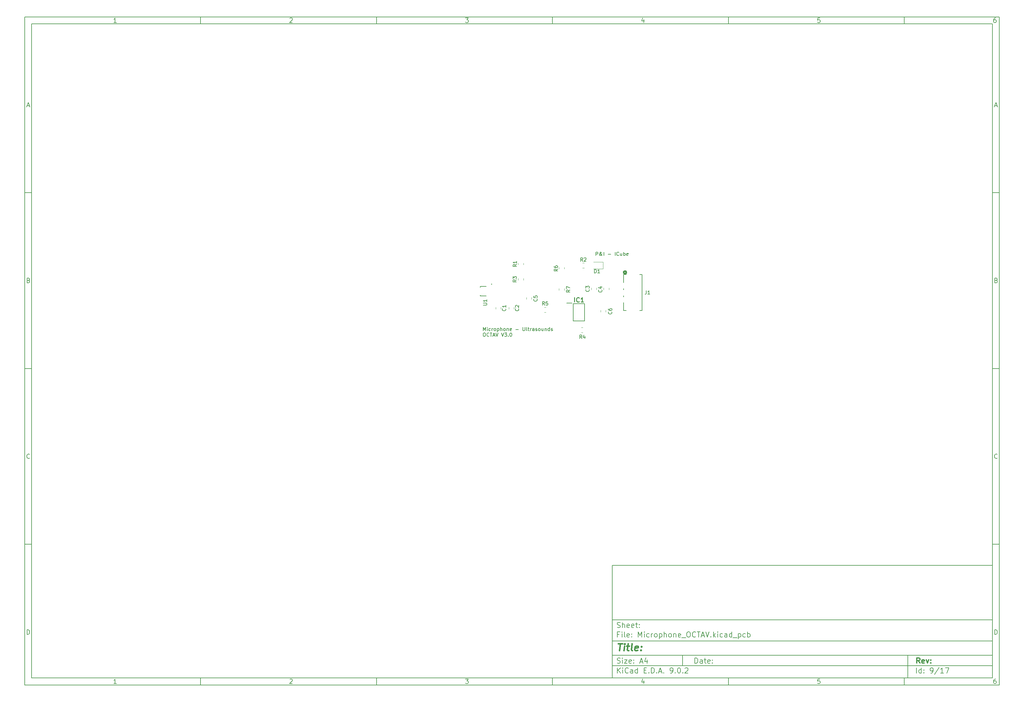
<source format=gbr>
%TF.GenerationSoftware,KiCad,Pcbnew,9.0.2*%
%TF.CreationDate,2025-08-29T05:40:04+02:00*%
%TF.ProjectId,Microphone_OCTAV,4d696372-6f70-4686-9f6e-655f4f435441,rev?*%
%TF.SameCoordinates,Original*%
%TF.FileFunction,Legend,Top*%
%TF.FilePolarity,Positive*%
%FSLAX46Y46*%
G04 Gerber Fmt 4.6, Leading zero omitted, Abs format (unit mm)*
G04 Created by KiCad (PCBNEW 9.0.2) date 2025-08-29 05:40:04*
%MOMM*%
%LPD*%
G01*
G04 APERTURE LIST*
%ADD10C,0.100000*%
%ADD11C,0.150000*%
%ADD12C,0.300000*%
%ADD13C,0.400000*%
%ADD14C,0.254000*%
%ADD15C,0.120000*%
%ADD16C,0.200000*%
%ADD17C,0.152400*%
%ADD18C,0.508000*%
%ADD19C,0.127000*%
G04 APERTURE END LIST*
D10*
D11*
X177002200Y-166007200D02*
X285002200Y-166007200D01*
X285002200Y-198007200D01*
X177002200Y-198007200D01*
X177002200Y-166007200D01*
D10*
D11*
X10000000Y-10000000D02*
X287002200Y-10000000D01*
X287002200Y-200007200D01*
X10000000Y-200007200D01*
X10000000Y-10000000D01*
D10*
D11*
X12000000Y-12000000D02*
X285002200Y-12000000D01*
X285002200Y-198007200D01*
X12000000Y-198007200D01*
X12000000Y-12000000D01*
D10*
D11*
X60000000Y-12000000D02*
X60000000Y-10000000D01*
D10*
D11*
X110000000Y-12000000D02*
X110000000Y-10000000D01*
D10*
D11*
X160000000Y-12000000D02*
X160000000Y-10000000D01*
D10*
D11*
X210000000Y-12000000D02*
X210000000Y-10000000D01*
D10*
D11*
X260000000Y-12000000D02*
X260000000Y-10000000D01*
D10*
D11*
X36089160Y-11593604D02*
X35346303Y-11593604D01*
X35717731Y-11593604D02*
X35717731Y-10293604D01*
X35717731Y-10293604D02*
X35593922Y-10479319D01*
X35593922Y-10479319D02*
X35470112Y-10603128D01*
X35470112Y-10603128D02*
X35346303Y-10665033D01*
D10*
D11*
X85346303Y-10417414D02*
X85408207Y-10355509D01*
X85408207Y-10355509D02*
X85532017Y-10293604D01*
X85532017Y-10293604D02*
X85841541Y-10293604D01*
X85841541Y-10293604D02*
X85965350Y-10355509D01*
X85965350Y-10355509D02*
X86027255Y-10417414D01*
X86027255Y-10417414D02*
X86089160Y-10541223D01*
X86089160Y-10541223D02*
X86089160Y-10665033D01*
X86089160Y-10665033D02*
X86027255Y-10850747D01*
X86027255Y-10850747D02*
X85284398Y-11593604D01*
X85284398Y-11593604D02*
X86089160Y-11593604D01*
D10*
D11*
X135284398Y-10293604D02*
X136089160Y-10293604D01*
X136089160Y-10293604D02*
X135655826Y-10788842D01*
X135655826Y-10788842D02*
X135841541Y-10788842D01*
X135841541Y-10788842D02*
X135965350Y-10850747D01*
X135965350Y-10850747D02*
X136027255Y-10912652D01*
X136027255Y-10912652D02*
X136089160Y-11036461D01*
X136089160Y-11036461D02*
X136089160Y-11345985D01*
X136089160Y-11345985D02*
X136027255Y-11469795D01*
X136027255Y-11469795D02*
X135965350Y-11531700D01*
X135965350Y-11531700D02*
X135841541Y-11593604D01*
X135841541Y-11593604D02*
X135470112Y-11593604D01*
X135470112Y-11593604D02*
X135346303Y-11531700D01*
X135346303Y-11531700D02*
X135284398Y-11469795D01*
D10*
D11*
X185965350Y-10726938D02*
X185965350Y-11593604D01*
X185655826Y-10231700D02*
X185346303Y-11160271D01*
X185346303Y-11160271D02*
X186151064Y-11160271D01*
D10*
D11*
X236027255Y-10293604D02*
X235408207Y-10293604D01*
X235408207Y-10293604D02*
X235346303Y-10912652D01*
X235346303Y-10912652D02*
X235408207Y-10850747D01*
X235408207Y-10850747D02*
X235532017Y-10788842D01*
X235532017Y-10788842D02*
X235841541Y-10788842D01*
X235841541Y-10788842D02*
X235965350Y-10850747D01*
X235965350Y-10850747D02*
X236027255Y-10912652D01*
X236027255Y-10912652D02*
X236089160Y-11036461D01*
X236089160Y-11036461D02*
X236089160Y-11345985D01*
X236089160Y-11345985D02*
X236027255Y-11469795D01*
X236027255Y-11469795D02*
X235965350Y-11531700D01*
X235965350Y-11531700D02*
X235841541Y-11593604D01*
X235841541Y-11593604D02*
X235532017Y-11593604D01*
X235532017Y-11593604D02*
X235408207Y-11531700D01*
X235408207Y-11531700D02*
X235346303Y-11469795D01*
D10*
D11*
X285965350Y-10293604D02*
X285717731Y-10293604D01*
X285717731Y-10293604D02*
X285593922Y-10355509D01*
X285593922Y-10355509D02*
X285532017Y-10417414D01*
X285532017Y-10417414D02*
X285408207Y-10603128D01*
X285408207Y-10603128D02*
X285346303Y-10850747D01*
X285346303Y-10850747D02*
X285346303Y-11345985D01*
X285346303Y-11345985D02*
X285408207Y-11469795D01*
X285408207Y-11469795D02*
X285470112Y-11531700D01*
X285470112Y-11531700D02*
X285593922Y-11593604D01*
X285593922Y-11593604D02*
X285841541Y-11593604D01*
X285841541Y-11593604D02*
X285965350Y-11531700D01*
X285965350Y-11531700D02*
X286027255Y-11469795D01*
X286027255Y-11469795D02*
X286089160Y-11345985D01*
X286089160Y-11345985D02*
X286089160Y-11036461D01*
X286089160Y-11036461D02*
X286027255Y-10912652D01*
X286027255Y-10912652D02*
X285965350Y-10850747D01*
X285965350Y-10850747D02*
X285841541Y-10788842D01*
X285841541Y-10788842D02*
X285593922Y-10788842D01*
X285593922Y-10788842D02*
X285470112Y-10850747D01*
X285470112Y-10850747D02*
X285408207Y-10912652D01*
X285408207Y-10912652D02*
X285346303Y-11036461D01*
D10*
D11*
X60000000Y-198007200D02*
X60000000Y-200007200D01*
D10*
D11*
X110000000Y-198007200D02*
X110000000Y-200007200D01*
D10*
D11*
X160000000Y-198007200D02*
X160000000Y-200007200D01*
D10*
D11*
X210000000Y-198007200D02*
X210000000Y-200007200D01*
D10*
D11*
X260000000Y-198007200D02*
X260000000Y-200007200D01*
D10*
D11*
X36089160Y-199600804D02*
X35346303Y-199600804D01*
X35717731Y-199600804D02*
X35717731Y-198300804D01*
X35717731Y-198300804D02*
X35593922Y-198486519D01*
X35593922Y-198486519D02*
X35470112Y-198610328D01*
X35470112Y-198610328D02*
X35346303Y-198672233D01*
D10*
D11*
X85346303Y-198424614D02*
X85408207Y-198362709D01*
X85408207Y-198362709D02*
X85532017Y-198300804D01*
X85532017Y-198300804D02*
X85841541Y-198300804D01*
X85841541Y-198300804D02*
X85965350Y-198362709D01*
X85965350Y-198362709D02*
X86027255Y-198424614D01*
X86027255Y-198424614D02*
X86089160Y-198548423D01*
X86089160Y-198548423D02*
X86089160Y-198672233D01*
X86089160Y-198672233D02*
X86027255Y-198857947D01*
X86027255Y-198857947D02*
X85284398Y-199600804D01*
X85284398Y-199600804D02*
X86089160Y-199600804D01*
D10*
D11*
X135284398Y-198300804D02*
X136089160Y-198300804D01*
X136089160Y-198300804D02*
X135655826Y-198796042D01*
X135655826Y-198796042D02*
X135841541Y-198796042D01*
X135841541Y-198796042D02*
X135965350Y-198857947D01*
X135965350Y-198857947D02*
X136027255Y-198919852D01*
X136027255Y-198919852D02*
X136089160Y-199043661D01*
X136089160Y-199043661D02*
X136089160Y-199353185D01*
X136089160Y-199353185D02*
X136027255Y-199476995D01*
X136027255Y-199476995D02*
X135965350Y-199538900D01*
X135965350Y-199538900D02*
X135841541Y-199600804D01*
X135841541Y-199600804D02*
X135470112Y-199600804D01*
X135470112Y-199600804D02*
X135346303Y-199538900D01*
X135346303Y-199538900D02*
X135284398Y-199476995D01*
D10*
D11*
X185965350Y-198734138D02*
X185965350Y-199600804D01*
X185655826Y-198238900D02*
X185346303Y-199167471D01*
X185346303Y-199167471D02*
X186151064Y-199167471D01*
D10*
D11*
X236027255Y-198300804D02*
X235408207Y-198300804D01*
X235408207Y-198300804D02*
X235346303Y-198919852D01*
X235346303Y-198919852D02*
X235408207Y-198857947D01*
X235408207Y-198857947D02*
X235532017Y-198796042D01*
X235532017Y-198796042D02*
X235841541Y-198796042D01*
X235841541Y-198796042D02*
X235965350Y-198857947D01*
X235965350Y-198857947D02*
X236027255Y-198919852D01*
X236027255Y-198919852D02*
X236089160Y-199043661D01*
X236089160Y-199043661D02*
X236089160Y-199353185D01*
X236089160Y-199353185D02*
X236027255Y-199476995D01*
X236027255Y-199476995D02*
X235965350Y-199538900D01*
X235965350Y-199538900D02*
X235841541Y-199600804D01*
X235841541Y-199600804D02*
X235532017Y-199600804D01*
X235532017Y-199600804D02*
X235408207Y-199538900D01*
X235408207Y-199538900D02*
X235346303Y-199476995D01*
D10*
D11*
X285965350Y-198300804D02*
X285717731Y-198300804D01*
X285717731Y-198300804D02*
X285593922Y-198362709D01*
X285593922Y-198362709D02*
X285532017Y-198424614D01*
X285532017Y-198424614D02*
X285408207Y-198610328D01*
X285408207Y-198610328D02*
X285346303Y-198857947D01*
X285346303Y-198857947D02*
X285346303Y-199353185D01*
X285346303Y-199353185D02*
X285408207Y-199476995D01*
X285408207Y-199476995D02*
X285470112Y-199538900D01*
X285470112Y-199538900D02*
X285593922Y-199600804D01*
X285593922Y-199600804D02*
X285841541Y-199600804D01*
X285841541Y-199600804D02*
X285965350Y-199538900D01*
X285965350Y-199538900D02*
X286027255Y-199476995D01*
X286027255Y-199476995D02*
X286089160Y-199353185D01*
X286089160Y-199353185D02*
X286089160Y-199043661D01*
X286089160Y-199043661D02*
X286027255Y-198919852D01*
X286027255Y-198919852D02*
X285965350Y-198857947D01*
X285965350Y-198857947D02*
X285841541Y-198796042D01*
X285841541Y-198796042D02*
X285593922Y-198796042D01*
X285593922Y-198796042D02*
X285470112Y-198857947D01*
X285470112Y-198857947D02*
X285408207Y-198919852D01*
X285408207Y-198919852D02*
X285346303Y-199043661D01*
D10*
D11*
X10000000Y-60000000D02*
X12000000Y-60000000D01*
D10*
D11*
X10000000Y-110000000D02*
X12000000Y-110000000D01*
D10*
D11*
X10000000Y-160000000D02*
X12000000Y-160000000D01*
D10*
D11*
X10690476Y-35222176D02*
X11309523Y-35222176D01*
X10566666Y-35593604D02*
X10999999Y-34293604D01*
X10999999Y-34293604D02*
X11433333Y-35593604D01*
D10*
D11*
X11092857Y-84912652D02*
X11278571Y-84974557D01*
X11278571Y-84974557D02*
X11340476Y-85036461D01*
X11340476Y-85036461D02*
X11402380Y-85160271D01*
X11402380Y-85160271D02*
X11402380Y-85345985D01*
X11402380Y-85345985D02*
X11340476Y-85469795D01*
X11340476Y-85469795D02*
X11278571Y-85531700D01*
X11278571Y-85531700D02*
X11154761Y-85593604D01*
X11154761Y-85593604D02*
X10659523Y-85593604D01*
X10659523Y-85593604D02*
X10659523Y-84293604D01*
X10659523Y-84293604D02*
X11092857Y-84293604D01*
X11092857Y-84293604D02*
X11216666Y-84355509D01*
X11216666Y-84355509D02*
X11278571Y-84417414D01*
X11278571Y-84417414D02*
X11340476Y-84541223D01*
X11340476Y-84541223D02*
X11340476Y-84665033D01*
X11340476Y-84665033D02*
X11278571Y-84788842D01*
X11278571Y-84788842D02*
X11216666Y-84850747D01*
X11216666Y-84850747D02*
X11092857Y-84912652D01*
X11092857Y-84912652D02*
X10659523Y-84912652D01*
D10*
D11*
X11402380Y-135469795D02*
X11340476Y-135531700D01*
X11340476Y-135531700D02*
X11154761Y-135593604D01*
X11154761Y-135593604D02*
X11030952Y-135593604D01*
X11030952Y-135593604D02*
X10845238Y-135531700D01*
X10845238Y-135531700D02*
X10721428Y-135407890D01*
X10721428Y-135407890D02*
X10659523Y-135284080D01*
X10659523Y-135284080D02*
X10597619Y-135036461D01*
X10597619Y-135036461D02*
X10597619Y-134850747D01*
X10597619Y-134850747D02*
X10659523Y-134603128D01*
X10659523Y-134603128D02*
X10721428Y-134479319D01*
X10721428Y-134479319D02*
X10845238Y-134355509D01*
X10845238Y-134355509D02*
X11030952Y-134293604D01*
X11030952Y-134293604D02*
X11154761Y-134293604D01*
X11154761Y-134293604D02*
X11340476Y-134355509D01*
X11340476Y-134355509D02*
X11402380Y-134417414D01*
D10*
D11*
X10659523Y-185593604D02*
X10659523Y-184293604D01*
X10659523Y-184293604D02*
X10969047Y-184293604D01*
X10969047Y-184293604D02*
X11154761Y-184355509D01*
X11154761Y-184355509D02*
X11278571Y-184479319D01*
X11278571Y-184479319D02*
X11340476Y-184603128D01*
X11340476Y-184603128D02*
X11402380Y-184850747D01*
X11402380Y-184850747D02*
X11402380Y-185036461D01*
X11402380Y-185036461D02*
X11340476Y-185284080D01*
X11340476Y-185284080D02*
X11278571Y-185407890D01*
X11278571Y-185407890D02*
X11154761Y-185531700D01*
X11154761Y-185531700D02*
X10969047Y-185593604D01*
X10969047Y-185593604D02*
X10659523Y-185593604D01*
D10*
D11*
X287002200Y-60000000D02*
X285002200Y-60000000D01*
D10*
D11*
X287002200Y-110000000D02*
X285002200Y-110000000D01*
D10*
D11*
X287002200Y-160000000D02*
X285002200Y-160000000D01*
D10*
D11*
X285692676Y-35222176D02*
X286311723Y-35222176D01*
X285568866Y-35593604D02*
X286002199Y-34293604D01*
X286002199Y-34293604D02*
X286435533Y-35593604D01*
D10*
D11*
X286095057Y-84912652D02*
X286280771Y-84974557D01*
X286280771Y-84974557D02*
X286342676Y-85036461D01*
X286342676Y-85036461D02*
X286404580Y-85160271D01*
X286404580Y-85160271D02*
X286404580Y-85345985D01*
X286404580Y-85345985D02*
X286342676Y-85469795D01*
X286342676Y-85469795D02*
X286280771Y-85531700D01*
X286280771Y-85531700D02*
X286156961Y-85593604D01*
X286156961Y-85593604D02*
X285661723Y-85593604D01*
X285661723Y-85593604D02*
X285661723Y-84293604D01*
X285661723Y-84293604D02*
X286095057Y-84293604D01*
X286095057Y-84293604D02*
X286218866Y-84355509D01*
X286218866Y-84355509D02*
X286280771Y-84417414D01*
X286280771Y-84417414D02*
X286342676Y-84541223D01*
X286342676Y-84541223D02*
X286342676Y-84665033D01*
X286342676Y-84665033D02*
X286280771Y-84788842D01*
X286280771Y-84788842D02*
X286218866Y-84850747D01*
X286218866Y-84850747D02*
X286095057Y-84912652D01*
X286095057Y-84912652D02*
X285661723Y-84912652D01*
D10*
D11*
X286404580Y-135469795D02*
X286342676Y-135531700D01*
X286342676Y-135531700D02*
X286156961Y-135593604D01*
X286156961Y-135593604D02*
X286033152Y-135593604D01*
X286033152Y-135593604D02*
X285847438Y-135531700D01*
X285847438Y-135531700D02*
X285723628Y-135407890D01*
X285723628Y-135407890D02*
X285661723Y-135284080D01*
X285661723Y-135284080D02*
X285599819Y-135036461D01*
X285599819Y-135036461D02*
X285599819Y-134850747D01*
X285599819Y-134850747D02*
X285661723Y-134603128D01*
X285661723Y-134603128D02*
X285723628Y-134479319D01*
X285723628Y-134479319D02*
X285847438Y-134355509D01*
X285847438Y-134355509D02*
X286033152Y-134293604D01*
X286033152Y-134293604D02*
X286156961Y-134293604D01*
X286156961Y-134293604D02*
X286342676Y-134355509D01*
X286342676Y-134355509D02*
X286404580Y-134417414D01*
D10*
D11*
X285661723Y-185593604D02*
X285661723Y-184293604D01*
X285661723Y-184293604D02*
X285971247Y-184293604D01*
X285971247Y-184293604D02*
X286156961Y-184355509D01*
X286156961Y-184355509D02*
X286280771Y-184479319D01*
X286280771Y-184479319D02*
X286342676Y-184603128D01*
X286342676Y-184603128D02*
X286404580Y-184850747D01*
X286404580Y-184850747D02*
X286404580Y-185036461D01*
X286404580Y-185036461D02*
X286342676Y-185284080D01*
X286342676Y-185284080D02*
X286280771Y-185407890D01*
X286280771Y-185407890D02*
X286156961Y-185531700D01*
X286156961Y-185531700D02*
X285971247Y-185593604D01*
X285971247Y-185593604D02*
X285661723Y-185593604D01*
D10*
D11*
X200458026Y-193793328D02*
X200458026Y-192293328D01*
X200458026Y-192293328D02*
X200815169Y-192293328D01*
X200815169Y-192293328D02*
X201029455Y-192364757D01*
X201029455Y-192364757D02*
X201172312Y-192507614D01*
X201172312Y-192507614D02*
X201243741Y-192650471D01*
X201243741Y-192650471D02*
X201315169Y-192936185D01*
X201315169Y-192936185D02*
X201315169Y-193150471D01*
X201315169Y-193150471D02*
X201243741Y-193436185D01*
X201243741Y-193436185D02*
X201172312Y-193579042D01*
X201172312Y-193579042D02*
X201029455Y-193721900D01*
X201029455Y-193721900D02*
X200815169Y-193793328D01*
X200815169Y-193793328D02*
X200458026Y-193793328D01*
X202600884Y-193793328D02*
X202600884Y-193007614D01*
X202600884Y-193007614D02*
X202529455Y-192864757D01*
X202529455Y-192864757D02*
X202386598Y-192793328D01*
X202386598Y-192793328D02*
X202100884Y-192793328D01*
X202100884Y-192793328D02*
X201958026Y-192864757D01*
X202600884Y-193721900D02*
X202458026Y-193793328D01*
X202458026Y-193793328D02*
X202100884Y-193793328D01*
X202100884Y-193793328D02*
X201958026Y-193721900D01*
X201958026Y-193721900D02*
X201886598Y-193579042D01*
X201886598Y-193579042D02*
X201886598Y-193436185D01*
X201886598Y-193436185D02*
X201958026Y-193293328D01*
X201958026Y-193293328D02*
X202100884Y-193221900D01*
X202100884Y-193221900D02*
X202458026Y-193221900D01*
X202458026Y-193221900D02*
X202600884Y-193150471D01*
X203100884Y-192793328D02*
X203672312Y-192793328D01*
X203315169Y-192293328D02*
X203315169Y-193579042D01*
X203315169Y-193579042D02*
X203386598Y-193721900D01*
X203386598Y-193721900D02*
X203529455Y-193793328D01*
X203529455Y-193793328D02*
X203672312Y-193793328D01*
X204743741Y-193721900D02*
X204600884Y-193793328D01*
X204600884Y-193793328D02*
X204315170Y-193793328D01*
X204315170Y-193793328D02*
X204172312Y-193721900D01*
X204172312Y-193721900D02*
X204100884Y-193579042D01*
X204100884Y-193579042D02*
X204100884Y-193007614D01*
X204100884Y-193007614D02*
X204172312Y-192864757D01*
X204172312Y-192864757D02*
X204315170Y-192793328D01*
X204315170Y-192793328D02*
X204600884Y-192793328D01*
X204600884Y-192793328D02*
X204743741Y-192864757D01*
X204743741Y-192864757D02*
X204815170Y-193007614D01*
X204815170Y-193007614D02*
X204815170Y-193150471D01*
X204815170Y-193150471D02*
X204100884Y-193293328D01*
X205458026Y-193650471D02*
X205529455Y-193721900D01*
X205529455Y-193721900D02*
X205458026Y-193793328D01*
X205458026Y-193793328D02*
X205386598Y-193721900D01*
X205386598Y-193721900D02*
X205458026Y-193650471D01*
X205458026Y-193650471D02*
X205458026Y-193793328D01*
X205458026Y-192864757D02*
X205529455Y-192936185D01*
X205529455Y-192936185D02*
X205458026Y-193007614D01*
X205458026Y-193007614D02*
X205386598Y-192936185D01*
X205386598Y-192936185D02*
X205458026Y-192864757D01*
X205458026Y-192864757D02*
X205458026Y-193007614D01*
D10*
D11*
X177002200Y-194507200D02*
X285002200Y-194507200D01*
D10*
D11*
X178458026Y-196593328D02*
X178458026Y-195093328D01*
X179315169Y-196593328D02*
X178672312Y-195736185D01*
X179315169Y-195093328D02*
X178458026Y-195950471D01*
X179958026Y-196593328D02*
X179958026Y-195593328D01*
X179958026Y-195093328D02*
X179886598Y-195164757D01*
X179886598Y-195164757D02*
X179958026Y-195236185D01*
X179958026Y-195236185D02*
X180029455Y-195164757D01*
X180029455Y-195164757D02*
X179958026Y-195093328D01*
X179958026Y-195093328D02*
X179958026Y-195236185D01*
X181529455Y-196450471D02*
X181458027Y-196521900D01*
X181458027Y-196521900D02*
X181243741Y-196593328D01*
X181243741Y-196593328D02*
X181100884Y-196593328D01*
X181100884Y-196593328D02*
X180886598Y-196521900D01*
X180886598Y-196521900D02*
X180743741Y-196379042D01*
X180743741Y-196379042D02*
X180672312Y-196236185D01*
X180672312Y-196236185D02*
X180600884Y-195950471D01*
X180600884Y-195950471D02*
X180600884Y-195736185D01*
X180600884Y-195736185D02*
X180672312Y-195450471D01*
X180672312Y-195450471D02*
X180743741Y-195307614D01*
X180743741Y-195307614D02*
X180886598Y-195164757D01*
X180886598Y-195164757D02*
X181100884Y-195093328D01*
X181100884Y-195093328D02*
X181243741Y-195093328D01*
X181243741Y-195093328D02*
X181458027Y-195164757D01*
X181458027Y-195164757D02*
X181529455Y-195236185D01*
X182815170Y-196593328D02*
X182815170Y-195807614D01*
X182815170Y-195807614D02*
X182743741Y-195664757D01*
X182743741Y-195664757D02*
X182600884Y-195593328D01*
X182600884Y-195593328D02*
X182315170Y-195593328D01*
X182315170Y-195593328D02*
X182172312Y-195664757D01*
X182815170Y-196521900D02*
X182672312Y-196593328D01*
X182672312Y-196593328D02*
X182315170Y-196593328D01*
X182315170Y-196593328D02*
X182172312Y-196521900D01*
X182172312Y-196521900D02*
X182100884Y-196379042D01*
X182100884Y-196379042D02*
X182100884Y-196236185D01*
X182100884Y-196236185D02*
X182172312Y-196093328D01*
X182172312Y-196093328D02*
X182315170Y-196021900D01*
X182315170Y-196021900D02*
X182672312Y-196021900D01*
X182672312Y-196021900D02*
X182815170Y-195950471D01*
X184172313Y-196593328D02*
X184172313Y-195093328D01*
X184172313Y-196521900D02*
X184029455Y-196593328D01*
X184029455Y-196593328D02*
X183743741Y-196593328D01*
X183743741Y-196593328D02*
X183600884Y-196521900D01*
X183600884Y-196521900D02*
X183529455Y-196450471D01*
X183529455Y-196450471D02*
X183458027Y-196307614D01*
X183458027Y-196307614D02*
X183458027Y-195879042D01*
X183458027Y-195879042D02*
X183529455Y-195736185D01*
X183529455Y-195736185D02*
X183600884Y-195664757D01*
X183600884Y-195664757D02*
X183743741Y-195593328D01*
X183743741Y-195593328D02*
X184029455Y-195593328D01*
X184029455Y-195593328D02*
X184172313Y-195664757D01*
X186029455Y-195807614D02*
X186529455Y-195807614D01*
X186743741Y-196593328D02*
X186029455Y-196593328D01*
X186029455Y-196593328D02*
X186029455Y-195093328D01*
X186029455Y-195093328D02*
X186743741Y-195093328D01*
X187386598Y-196450471D02*
X187458027Y-196521900D01*
X187458027Y-196521900D02*
X187386598Y-196593328D01*
X187386598Y-196593328D02*
X187315170Y-196521900D01*
X187315170Y-196521900D02*
X187386598Y-196450471D01*
X187386598Y-196450471D02*
X187386598Y-196593328D01*
X188100884Y-196593328D02*
X188100884Y-195093328D01*
X188100884Y-195093328D02*
X188458027Y-195093328D01*
X188458027Y-195093328D02*
X188672313Y-195164757D01*
X188672313Y-195164757D02*
X188815170Y-195307614D01*
X188815170Y-195307614D02*
X188886599Y-195450471D01*
X188886599Y-195450471D02*
X188958027Y-195736185D01*
X188958027Y-195736185D02*
X188958027Y-195950471D01*
X188958027Y-195950471D02*
X188886599Y-196236185D01*
X188886599Y-196236185D02*
X188815170Y-196379042D01*
X188815170Y-196379042D02*
X188672313Y-196521900D01*
X188672313Y-196521900D02*
X188458027Y-196593328D01*
X188458027Y-196593328D02*
X188100884Y-196593328D01*
X189600884Y-196450471D02*
X189672313Y-196521900D01*
X189672313Y-196521900D02*
X189600884Y-196593328D01*
X189600884Y-196593328D02*
X189529456Y-196521900D01*
X189529456Y-196521900D02*
X189600884Y-196450471D01*
X189600884Y-196450471D02*
X189600884Y-196593328D01*
X190243742Y-196164757D02*
X190958028Y-196164757D01*
X190100885Y-196593328D02*
X190600885Y-195093328D01*
X190600885Y-195093328D02*
X191100885Y-196593328D01*
X191600884Y-196450471D02*
X191672313Y-196521900D01*
X191672313Y-196521900D02*
X191600884Y-196593328D01*
X191600884Y-196593328D02*
X191529456Y-196521900D01*
X191529456Y-196521900D02*
X191600884Y-196450471D01*
X191600884Y-196450471D02*
X191600884Y-196593328D01*
X193529456Y-196593328D02*
X193815170Y-196593328D01*
X193815170Y-196593328D02*
X193958027Y-196521900D01*
X193958027Y-196521900D02*
X194029456Y-196450471D01*
X194029456Y-196450471D02*
X194172313Y-196236185D01*
X194172313Y-196236185D02*
X194243742Y-195950471D01*
X194243742Y-195950471D02*
X194243742Y-195379042D01*
X194243742Y-195379042D02*
X194172313Y-195236185D01*
X194172313Y-195236185D02*
X194100885Y-195164757D01*
X194100885Y-195164757D02*
X193958027Y-195093328D01*
X193958027Y-195093328D02*
X193672313Y-195093328D01*
X193672313Y-195093328D02*
X193529456Y-195164757D01*
X193529456Y-195164757D02*
X193458027Y-195236185D01*
X193458027Y-195236185D02*
X193386599Y-195379042D01*
X193386599Y-195379042D02*
X193386599Y-195736185D01*
X193386599Y-195736185D02*
X193458027Y-195879042D01*
X193458027Y-195879042D02*
X193529456Y-195950471D01*
X193529456Y-195950471D02*
X193672313Y-196021900D01*
X193672313Y-196021900D02*
X193958027Y-196021900D01*
X193958027Y-196021900D02*
X194100885Y-195950471D01*
X194100885Y-195950471D02*
X194172313Y-195879042D01*
X194172313Y-195879042D02*
X194243742Y-195736185D01*
X194886598Y-196450471D02*
X194958027Y-196521900D01*
X194958027Y-196521900D02*
X194886598Y-196593328D01*
X194886598Y-196593328D02*
X194815170Y-196521900D01*
X194815170Y-196521900D02*
X194886598Y-196450471D01*
X194886598Y-196450471D02*
X194886598Y-196593328D01*
X195886599Y-195093328D02*
X196029456Y-195093328D01*
X196029456Y-195093328D02*
X196172313Y-195164757D01*
X196172313Y-195164757D02*
X196243742Y-195236185D01*
X196243742Y-195236185D02*
X196315170Y-195379042D01*
X196315170Y-195379042D02*
X196386599Y-195664757D01*
X196386599Y-195664757D02*
X196386599Y-196021900D01*
X196386599Y-196021900D02*
X196315170Y-196307614D01*
X196315170Y-196307614D02*
X196243742Y-196450471D01*
X196243742Y-196450471D02*
X196172313Y-196521900D01*
X196172313Y-196521900D02*
X196029456Y-196593328D01*
X196029456Y-196593328D02*
X195886599Y-196593328D01*
X195886599Y-196593328D02*
X195743742Y-196521900D01*
X195743742Y-196521900D02*
X195672313Y-196450471D01*
X195672313Y-196450471D02*
X195600884Y-196307614D01*
X195600884Y-196307614D02*
X195529456Y-196021900D01*
X195529456Y-196021900D02*
X195529456Y-195664757D01*
X195529456Y-195664757D02*
X195600884Y-195379042D01*
X195600884Y-195379042D02*
X195672313Y-195236185D01*
X195672313Y-195236185D02*
X195743742Y-195164757D01*
X195743742Y-195164757D02*
X195886599Y-195093328D01*
X197029455Y-196450471D02*
X197100884Y-196521900D01*
X197100884Y-196521900D02*
X197029455Y-196593328D01*
X197029455Y-196593328D02*
X196958027Y-196521900D01*
X196958027Y-196521900D02*
X197029455Y-196450471D01*
X197029455Y-196450471D02*
X197029455Y-196593328D01*
X197672313Y-195236185D02*
X197743741Y-195164757D01*
X197743741Y-195164757D02*
X197886599Y-195093328D01*
X197886599Y-195093328D02*
X198243741Y-195093328D01*
X198243741Y-195093328D02*
X198386599Y-195164757D01*
X198386599Y-195164757D02*
X198458027Y-195236185D01*
X198458027Y-195236185D02*
X198529456Y-195379042D01*
X198529456Y-195379042D02*
X198529456Y-195521900D01*
X198529456Y-195521900D02*
X198458027Y-195736185D01*
X198458027Y-195736185D02*
X197600884Y-196593328D01*
X197600884Y-196593328D02*
X198529456Y-196593328D01*
D10*
D11*
X177002200Y-191507200D02*
X285002200Y-191507200D01*
D10*
D12*
X264413853Y-193785528D02*
X263913853Y-193071242D01*
X263556710Y-193785528D02*
X263556710Y-192285528D01*
X263556710Y-192285528D02*
X264128139Y-192285528D01*
X264128139Y-192285528D02*
X264270996Y-192356957D01*
X264270996Y-192356957D02*
X264342425Y-192428385D01*
X264342425Y-192428385D02*
X264413853Y-192571242D01*
X264413853Y-192571242D02*
X264413853Y-192785528D01*
X264413853Y-192785528D02*
X264342425Y-192928385D01*
X264342425Y-192928385D02*
X264270996Y-192999814D01*
X264270996Y-192999814D02*
X264128139Y-193071242D01*
X264128139Y-193071242D02*
X263556710Y-193071242D01*
X265628139Y-193714100D02*
X265485282Y-193785528D01*
X265485282Y-193785528D02*
X265199568Y-193785528D01*
X265199568Y-193785528D02*
X265056710Y-193714100D01*
X265056710Y-193714100D02*
X264985282Y-193571242D01*
X264985282Y-193571242D02*
X264985282Y-192999814D01*
X264985282Y-192999814D02*
X265056710Y-192856957D01*
X265056710Y-192856957D02*
X265199568Y-192785528D01*
X265199568Y-192785528D02*
X265485282Y-192785528D01*
X265485282Y-192785528D02*
X265628139Y-192856957D01*
X265628139Y-192856957D02*
X265699568Y-192999814D01*
X265699568Y-192999814D02*
X265699568Y-193142671D01*
X265699568Y-193142671D02*
X264985282Y-193285528D01*
X266199567Y-192785528D02*
X266556710Y-193785528D01*
X266556710Y-193785528D02*
X266913853Y-192785528D01*
X267485281Y-193642671D02*
X267556710Y-193714100D01*
X267556710Y-193714100D02*
X267485281Y-193785528D01*
X267485281Y-193785528D02*
X267413853Y-193714100D01*
X267413853Y-193714100D02*
X267485281Y-193642671D01*
X267485281Y-193642671D02*
X267485281Y-193785528D01*
X267485281Y-192856957D02*
X267556710Y-192928385D01*
X267556710Y-192928385D02*
X267485281Y-192999814D01*
X267485281Y-192999814D02*
X267413853Y-192928385D01*
X267413853Y-192928385D02*
X267485281Y-192856957D01*
X267485281Y-192856957D02*
X267485281Y-192999814D01*
D10*
D11*
X178386598Y-193721900D02*
X178600884Y-193793328D01*
X178600884Y-193793328D02*
X178958026Y-193793328D01*
X178958026Y-193793328D02*
X179100884Y-193721900D01*
X179100884Y-193721900D02*
X179172312Y-193650471D01*
X179172312Y-193650471D02*
X179243741Y-193507614D01*
X179243741Y-193507614D02*
X179243741Y-193364757D01*
X179243741Y-193364757D02*
X179172312Y-193221900D01*
X179172312Y-193221900D02*
X179100884Y-193150471D01*
X179100884Y-193150471D02*
X178958026Y-193079042D01*
X178958026Y-193079042D02*
X178672312Y-193007614D01*
X178672312Y-193007614D02*
X178529455Y-192936185D01*
X178529455Y-192936185D02*
X178458026Y-192864757D01*
X178458026Y-192864757D02*
X178386598Y-192721900D01*
X178386598Y-192721900D02*
X178386598Y-192579042D01*
X178386598Y-192579042D02*
X178458026Y-192436185D01*
X178458026Y-192436185D02*
X178529455Y-192364757D01*
X178529455Y-192364757D02*
X178672312Y-192293328D01*
X178672312Y-192293328D02*
X179029455Y-192293328D01*
X179029455Y-192293328D02*
X179243741Y-192364757D01*
X179886597Y-193793328D02*
X179886597Y-192793328D01*
X179886597Y-192293328D02*
X179815169Y-192364757D01*
X179815169Y-192364757D02*
X179886597Y-192436185D01*
X179886597Y-192436185D02*
X179958026Y-192364757D01*
X179958026Y-192364757D02*
X179886597Y-192293328D01*
X179886597Y-192293328D02*
X179886597Y-192436185D01*
X180458026Y-192793328D02*
X181243741Y-192793328D01*
X181243741Y-192793328D02*
X180458026Y-193793328D01*
X180458026Y-193793328D02*
X181243741Y-193793328D01*
X182386598Y-193721900D02*
X182243741Y-193793328D01*
X182243741Y-193793328D02*
X181958027Y-193793328D01*
X181958027Y-193793328D02*
X181815169Y-193721900D01*
X181815169Y-193721900D02*
X181743741Y-193579042D01*
X181743741Y-193579042D02*
X181743741Y-193007614D01*
X181743741Y-193007614D02*
X181815169Y-192864757D01*
X181815169Y-192864757D02*
X181958027Y-192793328D01*
X181958027Y-192793328D02*
X182243741Y-192793328D01*
X182243741Y-192793328D02*
X182386598Y-192864757D01*
X182386598Y-192864757D02*
X182458027Y-193007614D01*
X182458027Y-193007614D02*
X182458027Y-193150471D01*
X182458027Y-193150471D02*
X181743741Y-193293328D01*
X183100883Y-193650471D02*
X183172312Y-193721900D01*
X183172312Y-193721900D02*
X183100883Y-193793328D01*
X183100883Y-193793328D02*
X183029455Y-193721900D01*
X183029455Y-193721900D02*
X183100883Y-193650471D01*
X183100883Y-193650471D02*
X183100883Y-193793328D01*
X183100883Y-192864757D02*
X183172312Y-192936185D01*
X183172312Y-192936185D02*
X183100883Y-193007614D01*
X183100883Y-193007614D02*
X183029455Y-192936185D01*
X183029455Y-192936185D02*
X183100883Y-192864757D01*
X183100883Y-192864757D02*
X183100883Y-193007614D01*
X184886598Y-193364757D02*
X185600884Y-193364757D01*
X184743741Y-193793328D02*
X185243741Y-192293328D01*
X185243741Y-192293328D02*
X185743741Y-193793328D01*
X186886598Y-192793328D02*
X186886598Y-193793328D01*
X186529455Y-192221900D02*
X186172312Y-193293328D01*
X186172312Y-193293328D02*
X187100883Y-193293328D01*
D10*
D11*
X263458026Y-196593328D02*
X263458026Y-195093328D01*
X264815170Y-196593328D02*
X264815170Y-195093328D01*
X264815170Y-196521900D02*
X264672312Y-196593328D01*
X264672312Y-196593328D02*
X264386598Y-196593328D01*
X264386598Y-196593328D02*
X264243741Y-196521900D01*
X264243741Y-196521900D02*
X264172312Y-196450471D01*
X264172312Y-196450471D02*
X264100884Y-196307614D01*
X264100884Y-196307614D02*
X264100884Y-195879042D01*
X264100884Y-195879042D02*
X264172312Y-195736185D01*
X264172312Y-195736185D02*
X264243741Y-195664757D01*
X264243741Y-195664757D02*
X264386598Y-195593328D01*
X264386598Y-195593328D02*
X264672312Y-195593328D01*
X264672312Y-195593328D02*
X264815170Y-195664757D01*
X265529455Y-196450471D02*
X265600884Y-196521900D01*
X265600884Y-196521900D02*
X265529455Y-196593328D01*
X265529455Y-196593328D02*
X265458027Y-196521900D01*
X265458027Y-196521900D02*
X265529455Y-196450471D01*
X265529455Y-196450471D02*
X265529455Y-196593328D01*
X265529455Y-195664757D02*
X265600884Y-195736185D01*
X265600884Y-195736185D02*
X265529455Y-195807614D01*
X265529455Y-195807614D02*
X265458027Y-195736185D01*
X265458027Y-195736185D02*
X265529455Y-195664757D01*
X265529455Y-195664757D02*
X265529455Y-195807614D01*
X267458027Y-196593328D02*
X267743741Y-196593328D01*
X267743741Y-196593328D02*
X267886598Y-196521900D01*
X267886598Y-196521900D02*
X267958027Y-196450471D01*
X267958027Y-196450471D02*
X268100884Y-196236185D01*
X268100884Y-196236185D02*
X268172313Y-195950471D01*
X268172313Y-195950471D02*
X268172313Y-195379042D01*
X268172313Y-195379042D02*
X268100884Y-195236185D01*
X268100884Y-195236185D02*
X268029456Y-195164757D01*
X268029456Y-195164757D02*
X267886598Y-195093328D01*
X267886598Y-195093328D02*
X267600884Y-195093328D01*
X267600884Y-195093328D02*
X267458027Y-195164757D01*
X267458027Y-195164757D02*
X267386598Y-195236185D01*
X267386598Y-195236185D02*
X267315170Y-195379042D01*
X267315170Y-195379042D02*
X267315170Y-195736185D01*
X267315170Y-195736185D02*
X267386598Y-195879042D01*
X267386598Y-195879042D02*
X267458027Y-195950471D01*
X267458027Y-195950471D02*
X267600884Y-196021900D01*
X267600884Y-196021900D02*
X267886598Y-196021900D01*
X267886598Y-196021900D02*
X268029456Y-195950471D01*
X268029456Y-195950471D02*
X268100884Y-195879042D01*
X268100884Y-195879042D02*
X268172313Y-195736185D01*
X269886598Y-195021900D02*
X268600884Y-196950471D01*
X271172313Y-196593328D02*
X270315170Y-196593328D01*
X270743741Y-196593328D02*
X270743741Y-195093328D01*
X270743741Y-195093328D02*
X270600884Y-195307614D01*
X270600884Y-195307614D02*
X270458027Y-195450471D01*
X270458027Y-195450471D02*
X270315170Y-195521900D01*
X271672312Y-195093328D02*
X272672312Y-195093328D01*
X272672312Y-195093328D02*
X272029455Y-196593328D01*
D10*
D11*
X177002200Y-187507200D02*
X285002200Y-187507200D01*
D10*
D13*
X178693928Y-188211638D02*
X179836785Y-188211638D01*
X179015357Y-190211638D02*
X179265357Y-188211638D01*
X180253452Y-190211638D02*
X180420119Y-188878304D01*
X180503452Y-188211638D02*
X180396309Y-188306876D01*
X180396309Y-188306876D02*
X180479643Y-188402114D01*
X180479643Y-188402114D02*
X180586786Y-188306876D01*
X180586786Y-188306876D02*
X180503452Y-188211638D01*
X180503452Y-188211638D02*
X180479643Y-188402114D01*
X181086786Y-188878304D02*
X181848690Y-188878304D01*
X181455833Y-188211638D02*
X181241548Y-189925923D01*
X181241548Y-189925923D02*
X181312976Y-190116400D01*
X181312976Y-190116400D02*
X181491548Y-190211638D01*
X181491548Y-190211638D02*
X181682024Y-190211638D01*
X182634405Y-190211638D02*
X182455833Y-190116400D01*
X182455833Y-190116400D02*
X182384405Y-189925923D01*
X182384405Y-189925923D02*
X182598690Y-188211638D01*
X184170119Y-190116400D02*
X183967738Y-190211638D01*
X183967738Y-190211638D02*
X183586785Y-190211638D01*
X183586785Y-190211638D02*
X183408214Y-190116400D01*
X183408214Y-190116400D02*
X183336785Y-189925923D01*
X183336785Y-189925923D02*
X183432024Y-189164019D01*
X183432024Y-189164019D02*
X183551071Y-188973542D01*
X183551071Y-188973542D02*
X183753452Y-188878304D01*
X183753452Y-188878304D02*
X184134404Y-188878304D01*
X184134404Y-188878304D02*
X184312976Y-188973542D01*
X184312976Y-188973542D02*
X184384404Y-189164019D01*
X184384404Y-189164019D02*
X184360595Y-189354495D01*
X184360595Y-189354495D02*
X183384404Y-189544971D01*
X185134405Y-190021161D02*
X185217738Y-190116400D01*
X185217738Y-190116400D02*
X185110595Y-190211638D01*
X185110595Y-190211638D02*
X185027262Y-190116400D01*
X185027262Y-190116400D02*
X185134405Y-190021161D01*
X185134405Y-190021161D02*
X185110595Y-190211638D01*
X185265357Y-188973542D02*
X185348690Y-189068780D01*
X185348690Y-189068780D02*
X185241548Y-189164019D01*
X185241548Y-189164019D02*
X185158214Y-189068780D01*
X185158214Y-189068780D02*
X185265357Y-188973542D01*
X185265357Y-188973542D02*
X185241548Y-189164019D01*
D10*
D11*
X178958026Y-185607614D02*
X178458026Y-185607614D01*
X178458026Y-186393328D02*
X178458026Y-184893328D01*
X178458026Y-184893328D02*
X179172312Y-184893328D01*
X179743740Y-186393328D02*
X179743740Y-185393328D01*
X179743740Y-184893328D02*
X179672312Y-184964757D01*
X179672312Y-184964757D02*
X179743740Y-185036185D01*
X179743740Y-185036185D02*
X179815169Y-184964757D01*
X179815169Y-184964757D02*
X179743740Y-184893328D01*
X179743740Y-184893328D02*
X179743740Y-185036185D01*
X180672312Y-186393328D02*
X180529455Y-186321900D01*
X180529455Y-186321900D02*
X180458026Y-186179042D01*
X180458026Y-186179042D02*
X180458026Y-184893328D01*
X181815169Y-186321900D02*
X181672312Y-186393328D01*
X181672312Y-186393328D02*
X181386598Y-186393328D01*
X181386598Y-186393328D02*
X181243740Y-186321900D01*
X181243740Y-186321900D02*
X181172312Y-186179042D01*
X181172312Y-186179042D02*
X181172312Y-185607614D01*
X181172312Y-185607614D02*
X181243740Y-185464757D01*
X181243740Y-185464757D02*
X181386598Y-185393328D01*
X181386598Y-185393328D02*
X181672312Y-185393328D01*
X181672312Y-185393328D02*
X181815169Y-185464757D01*
X181815169Y-185464757D02*
X181886598Y-185607614D01*
X181886598Y-185607614D02*
X181886598Y-185750471D01*
X181886598Y-185750471D02*
X181172312Y-185893328D01*
X182529454Y-186250471D02*
X182600883Y-186321900D01*
X182600883Y-186321900D02*
X182529454Y-186393328D01*
X182529454Y-186393328D02*
X182458026Y-186321900D01*
X182458026Y-186321900D02*
X182529454Y-186250471D01*
X182529454Y-186250471D02*
X182529454Y-186393328D01*
X182529454Y-185464757D02*
X182600883Y-185536185D01*
X182600883Y-185536185D02*
X182529454Y-185607614D01*
X182529454Y-185607614D02*
X182458026Y-185536185D01*
X182458026Y-185536185D02*
X182529454Y-185464757D01*
X182529454Y-185464757D02*
X182529454Y-185607614D01*
X184386597Y-186393328D02*
X184386597Y-184893328D01*
X184386597Y-184893328D02*
X184886597Y-185964757D01*
X184886597Y-185964757D02*
X185386597Y-184893328D01*
X185386597Y-184893328D02*
X185386597Y-186393328D01*
X186100883Y-186393328D02*
X186100883Y-185393328D01*
X186100883Y-184893328D02*
X186029455Y-184964757D01*
X186029455Y-184964757D02*
X186100883Y-185036185D01*
X186100883Y-185036185D02*
X186172312Y-184964757D01*
X186172312Y-184964757D02*
X186100883Y-184893328D01*
X186100883Y-184893328D02*
X186100883Y-185036185D01*
X187458027Y-186321900D02*
X187315169Y-186393328D01*
X187315169Y-186393328D02*
X187029455Y-186393328D01*
X187029455Y-186393328D02*
X186886598Y-186321900D01*
X186886598Y-186321900D02*
X186815169Y-186250471D01*
X186815169Y-186250471D02*
X186743741Y-186107614D01*
X186743741Y-186107614D02*
X186743741Y-185679042D01*
X186743741Y-185679042D02*
X186815169Y-185536185D01*
X186815169Y-185536185D02*
X186886598Y-185464757D01*
X186886598Y-185464757D02*
X187029455Y-185393328D01*
X187029455Y-185393328D02*
X187315169Y-185393328D01*
X187315169Y-185393328D02*
X187458027Y-185464757D01*
X188100883Y-186393328D02*
X188100883Y-185393328D01*
X188100883Y-185679042D02*
X188172312Y-185536185D01*
X188172312Y-185536185D02*
X188243741Y-185464757D01*
X188243741Y-185464757D02*
X188386598Y-185393328D01*
X188386598Y-185393328D02*
X188529455Y-185393328D01*
X189243740Y-186393328D02*
X189100883Y-186321900D01*
X189100883Y-186321900D02*
X189029454Y-186250471D01*
X189029454Y-186250471D02*
X188958026Y-186107614D01*
X188958026Y-186107614D02*
X188958026Y-185679042D01*
X188958026Y-185679042D02*
X189029454Y-185536185D01*
X189029454Y-185536185D02*
X189100883Y-185464757D01*
X189100883Y-185464757D02*
X189243740Y-185393328D01*
X189243740Y-185393328D02*
X189458026Y-185393328D01*
X189458026Y-185393328D02*
X189600883Y-185464757D01*
X189600883Y-185464757D02*
X189672312Y-185536185D01*
X189672312Y-185536185D02*
X189743740Y-185679042D01*
X189743740Y-185679042D02*
X189743740Y-186107614D01*
X189743740Y-186107614D02*
X189672312Y-186250471D01*
X189672312Y-186250471D02*
X189600883Y-186321900D01*
X189600883Y-186321900D02*
X189458026Y-186393328D01*
X189458026Y-186393328D02*
X189243740Y-186393328D01*
X190386597Y-185393328D02*
X190386597Y-186893328D01*
X190386597Y-185464757D02*
X190529455Y-185393328D01*
X190529455Y-185393328D02*
X190815169Y-185393328D01*
X190815169Y-185393328D02*
X190958026Y-185464757D01*
X190958026Y-185464757D02*
X191029455Y-185536185D01*
X191029455Y-185536185D02*
X191100883Y-185679042D01*
X191100883Y-185679042D02*
X191100883Y-186107614D01*
X191100883Y-186107614D02*
X191029455Y-186250471D01*
X191029455Y-186250471D02*
X190958026Y-186321900D01*
X190958026Y-186321900D02*
X190815169Y-186393328D01*
X190815169Y-186393328D02*
X190529455Y-186393328D01*
X190529455Y-186393328D02*
X190386597Y-186321900D01*
X191743740Y-186393328D02*
X191743740Y-184893328D01*
X192386598Y-186393328D02*
X192386598Y-185607614D01*
X192386598Y-185607614D02*
X192315169Y-185464757D01*
X192315169Y-185464757D02*
X192172312Y-185393328D01*
X192172312Y-185393328D02*
X191958026Y-185393328D01*
X191958026Y-185393328D02*
X191815169Y-185464757D01*
X191815169Y-185464757D02*
X191743740Y-185536185D01*
X193315169Y-186393328D02*
X193172312Y-186321900D01*
X193172312Y-186321900D02*
X193100883Y-186250471D01*
X193100883Y-186250471D02*
X193029455Y-186107614D01*
X193029455Y-186107614D02*
X193029455Y-185679042D01*
X193029455Y-185679042D02*
X193100883Y-185536185D01*
X193100883Y-185536185D02*
X193172312Y-185464757D01*
X193172312Y-185464757D02*
X193315169Y-185393328D01*
X193315169Y-185393328D02*
X193529455Y-185393328D01*
X193529455Y-185393328D02*
X193672312Y-185464757D01*
X193672312Y-185464757D02*
X193743741Y-185536185D01*
X193743741Y-185536185D02*
X193815169Y-185679042D01*
X193815169Y-185679042D02*
X193815169Y-186107614D01*
X193815169Y-186107614D02*
X193743741Y-186250471D01*
X193743741Y-186250471D02*
X193672312Y-186321900D01*
X193672312Y-186321900D02*
X193529455Y-186393328D01*
X193529455Y-186393328D02*
X193315169Y-186393328D01*
X194458026Y-185393328D02*
X194458026Y-186393328D01*
X194458026Y-185536185D02*
X194529455Y-185464757D01*
X194529455Y-185464757D02*
X194672312Y-185393328D01*
X194672312Y-185393328D02*
X194886598Y-185393328D01*
X194886598Y-185393328D02*
X195029455Y-185464757D01*
X195029455Y-185464757D02*
X195100884Y-185607614D01*
X195100884Y-185607614D02*
X195100884Y-186393328D01*
X196386598Y-186321900D02*
X196243741Y-186393328D01*
X196243741Y-186393328D02*
X195958027Y-186393328D01*
X195958027Y-186393328D02*
X195815169Y-186321900D01*
X195815169Y-186321900D02*
X195743741Y-186179042D01*
X195743741Y-186179042D02*
X195743741Y-185607614D01*
X195743741Y-185607614D02*
X195815169Y-185464757D01*
X195815169Y-185464757D02*
X195958027Y-185393328D01*
X195958027Y-185393328D02*
X196243741Y-185393328D01*
X196243741Y-185393328D02*
X196386598Y-185464757D01*
X196386598Y-185464757D02*
X196458027Y-185607614D01*
X196458027Y-185607614D02*
X196458027Y-185750471D01*
X196458027Y-185750471D02*
X195743741Y-185893328D01*
X196743741Y-186536185D02*
X197886598Y-186536185D01*
X198529455Y-184893328D02*
X198815169Y-184893328D01*
X198815169Y-184893328D02*
X198958026Y-184964757D01*
X198958026Y-184964757D02*
X199100883Y-185107614D01*
X199100883Y-185107614D02*
X199172312Y-185393328D01*
X199172312Y-185393328D02*
X199172312Y-185893328D01*
X199172312Y-185893328D02*
X199100883Y-186179042D01*
X199100883Y-186179042D02*
X198958026Y-186321900D01*
X198958026Y-186321900D02*
X198815169Y-186393328D01*
X198815169Y-186393328D02*
X198529455Y-186393328D01*
X198529455Y-186393328D02*
X198386598Y-186321900D01*
X198386598Y-186321900D02*
X198243740Y-186179042D01*
X198243740Y-186179042D02*
X198172312Y-185893328D01*
X198172312Y-185893328D02*
X198172312Y-185393328D01*
X198172312Y-185393328D02*
X198243740Y-185107614D01*
X198243740Y-185107614D02*
X198386598Y-184964757D01*
X198386598Y-184964757D02*
X198529455Y-184893328D01*
X200672312Y-186250471D02*
X200600884Y-186321900D01*
X200600884Y-186321900D02*
X200386598Y-186393328D01*
X200386598Y-186393328D02*
X200243741Y-186393328D01*
X200243741Y-186393328D02*
X200029455Y-186321900D01*
X200029455Y-186321900D02*
X199886598Y-186179042D01*
X199886598Y-186179042D02*
X199815169Y-186036185D01*
X199815169Y-186036185D02*
X199743741Y-185750471D01*
X199743741Y-185750471D02*
X199743741Y-185536185D01*
X199743741Y-185536185D02*
X199815169Y-185250471D01*
X199815169Y-185250471D02*
X199886598Y-185107614D01*
X199886598Y-185107614D02*
X200029455Y-184964757D01*
X200029455Y-184964757D02*
X200243741Y-184893328D01*
X200243741Y-184893328D02*
X200386598Y-184893328D01*
X200386598Y-184893328D02*
X200600884Y-184964757D01*
X200600884Y-184964757D02*
X200672312Y-185036185D01*
X201100884Y-184893328D02*
X201958027Y-184893328D01*
X201529455Y-186393328D02*
X201529455Y-184893328D01*
X202386598Y-185964757D02*
X203100884Y-185964757D01*
X202243741Y-186393328D02*
X202743741Y-184893328D01*
X202743741Y-184893328D02*
X203243741Y-186393328D01*
X203529455Y-184893328D02*
X204029455Y-186393328D01*
X204029455Y-186393328D02*
X204529455Y-184893328D01*
X205029454Y-186250471D02*
X205100883Y-186321900D01*
X205100883Y-186321900D02*
X205029454Y-186393328D01*
X205029454Y-186393328D02*
X204958026Y-186321900D01*
X204958026Y-186321900D02*
X205029454Y-186250471D01*
X205029454Y-186250471D02*
X205029454Y-186393328D01*
X205743740Y-186393328D02*
X205743740Y-184893328D01*
X205886598Y-185821900D02*
X206315169Y-186393328D01*
X206315169Y-185393328D02*
X205743740Y-185964757D01*
X206958026Y-186393328D02*
X206958026Y-185393328D01*
X206958026Y-184893328D02*
X206886598Y-184964757D01*
X206886598Y-184964757D02*
X206958026Y-185036185D01*
X206958026Y-185036185D02*
X207029455Y-184964757D01*
X207029455Y-184964757D02*
X206958026Y-184893328D01*
X206958026Y-184893328D02*
X206958026Y-185036185D01*
X208315170Y-186321900D02*
X208172312Y-186393328D01*
X208172312Y-186393328D02*
X207886598Y-186393328D01*
X207886598Y-186393328D02*
X207743741Y-186321900D01*
X207743741Y-186321900D02*
X207672312Y-186250471D01*
X207672312Y-186250471D02*
X207600884Y-186107614D01*
X207600884Y-186107614D02*
X207600884Y-185679042D01*
X207600884Y-185679042D02*
X207672312Y-185536185D01*
X207672312Y-185536185D02*
X207743741Y-185464757D01*
X207743741Y-185464757D02*
X207886598Y-185393328D01*
X207886598Y-185393328D02*
X208172312Y-185393328D01*
X208172312Y-185393328D02*
X208315170Y-185464757D01*
X209600884Y-186393328D02*
X209600884Y-185607614D01*
X209600884Y-185607614D02*
X209529455Y-185464757D01*
X209529455Y-185464757D02*
X209386598Y-185393328D01*
X209386598Y-185393328D02*
X209100884Y-185393328D01*
X209100884Y-185393328D02*
X208958026Y-185464757D01*
X209600884Y-186321900D02*
X209458026Y-186393328D01*
X209458026Y-186393328D02*
X209100884Y-186393328D01*
X209100884Y-186393328D02*
X208958026Y-186321900D01*
X208958026Y-186321900D02*
X208886598Y-186179042D01*
X208886598Y-186179042D02*
X208886598Y-186036185D01*
X208886598Y-186036185D02*
X208958026Y-185893328D01*
X208958026Y-185893328D02*
X209100884Y-185821900D01*
X209100884Y-185821900D02*
X209458026Y-185821900D01*
X209458026Y-185821900D02*
X209600884Y-185750471D01*
X210958027Y-186393328D02*
X210958027Y-184893328D01*
X210958027Y-186321900D02*
X210815169Y-186393328D01*
X210815169Y-186393328D02*
X210529455Y-186393328D01*
X210529455Y-186393328D02*
X210386598Y-186321900D01*
X210386598Y-186321900D02*
X210315169Y-186250471D01*
X210315169Y-186250471D02*
X210243741Y-186107614D01*
X210243741Y-186107614D02*
X210243741Y-185679042D01*
X210243741Y-185679042D02*
X210315169Y-185536185D01*
X210315169Y-185536185D02*
X210386598Y-185464757D01*
X210386598Y-185464757D02*
X210529455Y-185393328D01*
X210529455Y-185393328D02*
X210815169Y-185393328D01*
X210815169Y-185393328D02*
X210958027Y-185464757D01*
X211315170Y-186536185D02*
X212458027Y-186536185D01*
X212815169Y-185393328D02*
X212815169Y-186893328D01*
X212815169Y-185464757D02*
X212958027Y-185393328D01*
X212958027Y-185393328D02*
X213243741Y-185393328D01*
X213243741Y-185393328D02*
X213386598Y-185464757D01*
X213386598Y-185464757D02*
X213458027Y-185536185D01*
X213458027Y-185536185D02*
X213529455Y-185679042D01*
X213529455Y-185679042D02*
X213529455Y-186107614D01*
X213529455Y-186107614D02*
X213458027Y-186250471D01*
X213458027Y-186250471D02*
X213386598Y-186321900D01*
X213386598Y-186321900D02*
X213243741Y-186393328D01*
X213243741Y-186393328D02*
X212958027Y-186393328D01*
X212958027Y-186393328D02*
X212815169Y-186321900D01*
X214815170Y-186321900D02*
X214672312Y-186393328D01*
X214672312Y-186393328D02*
X214386598Y-186393328D01*
X214386598Y-186393328D02*
X214243741Y-186321900D01*
X214243741Y-186321900D02*
X214172312Y-186250471D01*
X214172312Y-186250471D02*
X214100884Y-186107614D01*
X214100884Y-186107614D02*
X214100884Y-185679042D01*
X214100884Y-185679042D02*
X214172312Y-185536185D01*
X214172312Y-185536185D02*
X214243741Y-185464757D01*
X214243741Y-185464757D02*
X214386598Y-185393328D01*
X214386598Y-185393328D02*
X214672312Y-185393328D01*
X214672312Y-185393328D02*
X214815170Y-185464757D01*
X215458026Y-186393328D02*
X215458026Y-184893328D01*
X215458026Y-185464757D02*
X215600884Y-185393328D01*
X215600884Y-185393328D02*
X215886598Y-185393328D01*
X215886598Y-185393328D02*
X216029455Y-185464757D01*
X216029455Y-185464757D02*
X216100884Y-185536185D01*
X216100884Y-185536185D02*
X216172312Y-185679042D01*
X216172312Y-185679042D02*
X216172312Y-186107614D01*
X216172312Y-186107614D02*
X216100884Y-186250471D01*
X216100884Y-186250471D02*
X216029455Y-186321900D01*
X216029455Y-186321900D02*
X215886598Y-186393328D01*
X215886598Y-186393328D02*
X215600884Y-186393328D01*
X215600884Y-186393328D02*
X215458026Y-186321900D01*
D10*
D11*
X177002200Y-181507200D02*
X285002200Y-181507200D01*
D10*
D11*
X178386598Y-183621900D02*
X178600884Y-183693328D01*
X178600884Y-183693328D02*
X178958026Y-183693328D01*
X178958026Y-183693328D02*
X179100884Y-183621900D01*
X179100884Y-183621900D02*
X179172312Y-183550471D01*
X179172312Y-183550471D02*
X179243741Y-183407614D01*
X179243741Y-183407614D02*
X179243741Y-183264757D01*
X179243741Y-183264757D02*
X179172312Y-183121900D01*
X179172312Y-183121900D02*
X179100884Y-183050471D01*
X179100884Y-183050471D02*
X178958026Y-182979042D01*
X178958026Y-182979042D02*
X178672312Y-182907614D01*
X178672312Y-182907614D02*
X178529455Y-182836185D01*
X178529455Y-182836185D02*
X178458026Y-182764757D01*
X178458026Y-182764757D02*
X178386598Y-182621900D01*
X178386598Y-182621900D02*
X178386598Y-182479042D01*
X178386598Y-182479042D02*
X178458026Y-182336185D01*
X178458026Y-182336185D02*
X178529455Y-182264757D01*
X178529455Y-182264757D02*
X178672312Y-182193328D01*
X178672312Y-182193328D02*
X179029455Y-182193328D01*
X179029455Y-182193328D02*
X179243741Y-182264757D01*
X179886597Y-183693328D02*
X179886597Y-182193328D01*
X180529455Y-183693328D02*
X180529455Y-182907614D01*
X180529455Y-182907614D02*
X180458026Y-182764757D01*
X180458026Y-182764757D02*
X180315169Y-182693328D01*
X180315169Y-182693328D02*
X180100883Y-182693328D01*
X180100883Y-182693328D02*
X179958026Y-182764757D01*
X179958026Y-182764757D02*
X179886597Y-182836185D01*
X181815169Y-183621900D02*
X181672312Y-183693328D01*
X181672312Y-183693328D02*
X181386598Y-183693328D01*
X181386598Y-183693328D02*
X181243740Y-183621900D01*
X181243740Y-183621900D02*
X181172312Y-183479042D01*
X181172312Y-183479042D02*
X181172312Y-182907614D01*
X181172312Y-182907614D02*
X181243740Y-182764757D01*
X181243740Y-182764757D02*
X181386598Y-182693328D01*
X181386598Y-182693328D02*
X181672312Y-182693328D01*
X181672312Y-182693328D02*
X181815169Y-182764757D01*
X181815169Y-182764757D02*
X181886598Y-182907614D01*
X181886598Y-182907614D02*
X181886598Y-183050471D01*
X181886598Y-183050471D02*
X181172312Y-183193328D01*
X183100883Y-183621900D02*
X182958026Y-183693328D01*
X182958026Y-183693328D02*
X182672312Y-183693328D01*
X182672312Y-183693328D02*
X182529454Y-183621900D01*
X182529454Y-183621900D02*
X182458026Y-183479042D01*
X182458026Y-183479042D02*
X182458026Y-182907614D01*
X182458026Y-182907614D02*
X182529454Y-182764757D01*
X182529454Y-182764757D02*
X182672312Y-182693328D01*
X182672312Y-182693328D02*
X182958026Y-182693328D01*
X182958026Y-182693328D02*
X183100883Y-182764757D01*
X183100883Y-182764757D02*
X183172312Y-182907614D01*
X183172312Y-182907614D02*
X183172312Y-183050471D01*
X183172312Y-183050471D02*
X182458026Y-183193328D01*
X183600883Y-182693328D02*
X184172311Y-182693328D01*
X183815168Y-182193328D02*
X183815168Y-183479042D01*
X183815168Y-183479042D02*
X183886597Y-183621900D01*
X183886597Y-183621900D02*
X184029454Y-183693328D01*
X184029454Y-183693328D02*
X184172311Y-183693328D01*
X184672311Y-183550471D02*
X184743740Y-183621900D01*
X184743740Y-183621900D02*
X184672311Y-183693328D01*
X184672311Y-183693328D02*
X184600883Y-183621900D01*
X184600883Y-183621900D02*
X184672311Y-183550471D01*
X184672311Y-183550471D02*
X184672311Y-183693328D01*
X184672311Y-182764757D02*
X184743740Y-182836185D01*
X184743740Y-182836185D02*
X184672311Y-182907614D01*
X184672311Y-182907614D02*
X184600883Y-182836185D01*
X184600883Y-182836185D02*
X184672311Y-182764757D01*
X184672311Y-182764757D02*
X184672311Y-182907614D01*
D10*
D11*
X197002200Y-191507200D02*
X197002200Y-194507200D01*
D10*
D11*
X261002200Y-191507200D02*
X261002200Y-198007200D01*
X140336779Y-99259875D02*
X140336779Y-98259875D01*
X140336779Y-98259875D02*
X140670112Y-98974160D01*
X140670112Y-98974160D02*
X141003445Y-98259875D01*
X141003445Y-98259875D02*
X141003445Y-99259875D01*
X141479636Y-99259875D02*
X141479636Y-98593208D01*
X141479636Y-98259875D02*
X141432017Y-98307494D01*
X141432017Y-98307494D02*
X141479636Y-98355113D01*
X141479636Y-98355113D02*
X141527255Y-98307494D01*
X141527255Y-98307494D02*
X141479636Y-98259875D01*
X141479636Y-98259875D02*
X141479636Y-98355113D01*
X142384397Y-99212256D02*
X142289159Y-99259875D01*
X142289159Y-99259875D02*
X142098683Y-99259875D01*
X142098683Y-99259875D02*
X142003445Y-99212256D01*
X142003445Y-99212256D02*
X141955826Y-99164636D01*
X141955826Y-99164636D02*
X141908207Y-99069398D01*
X141908207Y-99069398D02*
X141908207Y-98783684D01*
X141908207Y-98783684D02*
X141955826Y-98688446D01*
X141955826Y-98688446D02*
X142003445Y-98640827D01*
X142003445Y-98640827D02*
X142098683Y-98593208D01*
X142098683Y-98593208D02*
X142289159Y-98593208D01*
X142289159Y-98593208D02*
X142384397Y-98640827D01*
X142812969Y-99259875D02*
X142812969Y-98593208D01*
X142812969Y-98783684D02*
X142860588Y-98688446D01*
X142860588Y-98688446D02*
X142908207Y-98640827D01*
X142908207Y-98640827D02*
X143003445Y-98593208D01*
X143003445Y-98593208D02*
X143098683Y-98593208D01*
X143574874Y-99259875D02*
X143479636Y-99212256D01*
X143479636Y-99212256D02*
X143432017Y-99164636D01*
X143432017Y-99164636D02*
X143384398Y-99069398D01*
X143384398Y-99069398D02*
X143384398Y-98783684D01*
X143384398Y-98783684D02*
X143432017Y-98688446D01*
X143432017Y-98688446D02*
X143479636Y-98640827D01*
X143479636Y-98640827D02*
X143574874Y-98593208D01*
X143574874Y-98593208D02*
X143717731Y-98593208D01*
X143717731Y-98593208D02*
X143812969Y-98640827D01*
X143812969Y-98640827D02*
X143860588Y-98688446D01*
X143860588Y-98688446D02*
X143908207Y-98783684D01*
X143908207Y-98783684D02*
X143908207Y-99069398D01*
X143908207Y-99069398D02*
X143860588Y-99164636D01*
X143860588Y-99164636D02*
X143812969Y-99212256D01*
X143812969Y-99212256D02*
X143717731Y-99259875D01*
X143717731Y-99259875D02*
X143574874Y-99259875D01*
X144336779Y-98593208D02*
X144336779Y-99593208D01*
X144336779Y-98640827D02*
X144432017Y-98593208D01*
X144432017Y-98593208D02*
X144622493Y-98593208D01*
X144622493Y-98593208D02*
X144717731Y-98640827D01*
X144717731Y-98640827D02*
X144765350Y-98688446D01*
X144765350Y-98688446D02*
X144812969Y-98783684D01*
X144812969Y-98783684D02*
X144812969Y-99069398D01*
X144812969Y-99069398D02*
X144765350Y-99164636D01*
X144765350Y-99164636D02*
X144717731Y-99212256D01*
X144717731Y-99212256D02*
X144622493Y-99259875D01*
X144622493Y-99259875D02*
X144432017Y-99259875D01*
X144432017Y-99259875D02*
X144336779Y-99212256D01*
X145241541Y-99259875D02*
X145241541Y-98259875D01*
X145670112Y-99259875D02*
X145670112Y-98736065D01*
X145670112Y-98736065D02*
X145622493Y-98640827D01*
X145622493Y-98640827D02*
X145527255Y-98593208D01*
X145527255Y-98593208D02*
X145384398Y-98593208D01*
X145384398Y-98593208D02*
X145289160Y-98640827D01*
X145289160Y-98640827D02*
X145241541Y-98688446D01*
X146289160Y-99259875D02*
X146193922Y-99212256D01*
X146193922Y-99212256D02*
X146146303Y-99164636D01*
X146146303Y-99164636D02*
X146098684Y-99069398D01*
X146098684Y-99069398D02*
X146098684Y-98783684D01*
X146098684Y-98783684D02*
X146146303Y-98688446D01*
X146146303Y-98688446D02*
X146193922Y-98640827D01*
X146193922Y-98640827D02*
X146289160Y-98593208D01*
X146289160Y-98593208D02*
X146432017Y-98593208D01*
X146432017Y-98593208D02*
X146527255Y-98640827D01*
X146527255Y-98640827D02*
X146574874Y-98688446D01*
X146574874Y-98688446D02*
X146622493Y-98783684D01*
X146622493Y-98783684D02*
X146622493Y-99069398D01*
X146622493Y-99069398D02*
X146574874Y-99164636D01*
X146574874Y-99164636D02*
X146527255Y-99212256D01*
X146527255Y-99212256D02*
X146432017Y-99259875D01*
X146432017Y-99259875D02*
X146289160Y-99259875D01*
X147051065Y-98593208D02*
X147051065Y-99259875D01*
X147051065Y-98688446D02*
X147098684Y-98640827D01*
X147098684Y-98640827D02*
X147193922Y-98593208D01*
X147193922Y-98593208D02*
X147336779Y-98593208D01*
X147336779Y-98593208D02*
X147432017Y-98640827D01*
X147432017Y-98640827D02*
X147479636Y-98736065D01*
X147479636Y-98736065D02*
X147479636Y-99259875D01*
X148336779Y-99212256D02*
X148241541Y-99259875D01*
X148241541Y-99259875D02*
X148051065Y-99259875D01*
X148051065Y-99259875D02*
X147955827Y-99212256D01*
X147955827Y-99212256D02*
X147908208Y-99117017D01*
X147908208Y-99117017D02*
X147908208Y-98736065D01*
X147908208Y-98736065D02*
X147955827Y-98640827D01*
X147955827Y-98640827D02*
X148051065Y-98593208D01*
X148051065Y-98593208D02*
X148241541Y-98593208D01*
X148241541Y-98593208D02*
X148336779Y-98640827D01*
X148336779Y-98640827D02*
X148384398Y-98736065D01*
X148384398Y-98736065D02*
X148384398Y-98831303D01*
X148384398Y-98831303D02*
X147908208Y-98926541D01*
X149574875Y-98878922D02*
X150336780Y-98878922D01*
X151574875Y-98259875D02*
X151574875Y-99069398D01*
X151574875Y-99069398D02*
X151622494Y-99164636D01*
X151622494Y-99164636D02*
X151670113Y-99212256D01*
X151670113Y-99212256D02*
X151765351Y-99259875D01*
X151765351Y-99259875D02*
X151955827Y-99259875D01*
X151955827Y-99259875D02*
X152051065Y-99212256D01*
X152051065Y-99212256D02*
X152098684Y-99164636D01*
X152098684Y-99164636D02*
X152146303Y-99069398D01*
X152146303Y-99069398D02*
X152146303Y-98259875D01*
X152765351Y-99259875D02*
X152670113Y-99212256D01*
X152670113Y-99212256D02*
X152622494Y-99117017D01*
X152622494Y-99117017D02*
X152622494Y-98259875D01*
X153003447Y-98593208D02*
X153384399Y-98593208D01*
X153146304Y-98259875D02*
X153146304Y-99117017D01*
X153146304Y-99117017D02*
X153193923Y-99212256D01*
X153193923Y-99212256D02*
X153289161Y-99259875D01*
X153289161Y-99259875D02*
X153384399Y-99259875D01*
X153717733Y-99259875D02*
X153717733Y-98593208D01*
X153717733Y-98783684D02*
X153765352Y-98688446D01*
X153765352Y-98688446D02*
X153812971Y-98640827D01*
X153812971Y-98640827D02*
X153908209Y-98593208D01*
X153908209Y-98593208D02*
X154003447Y-98593208D01*
X154765352Y-99259875D02*
X154765352Y-98736065D01*
X154765352Y-98736065D02*
X154717733Y-98640827D01*
X154717733Y-98640827D02*
X154622495Y-98593208D01*
X154622495Y-98593208D02*
X154432019Y-98593208D01*
X154432019Y-98593208D02*
X154336781Y-98640827D01*
X154765352Y-99212256D02*
X154670114Y-99259875D01*
X154670114Y-99259875D02*
X154432019Y-99259875D01*
X154432019Y-99259875D02*
X154336781Y-99212256D01*
X154336781Y-99212256D02*
X154289162Y-99117017D01*
X154289162Y-99117017D02*
X154289162Y-99021779D01*
X154289162Y-99021779D02*
X154336781Y-98926541D01*
X154336781Y-98926541D02*
X154432019Y-98878922D01*
X154432019Y-98878922D02*
X154670114Y-98878922D01*
X154670114Y-98878922D02*
X154765352Y-98831303D01*
X155193924Y-99212256D02*
X155289162Y-99259875D01*
X155289162Y-99259875D02*
X155479638Y-99259875D01*
X155479638Y-99259875D02*
X155574876Y-99212256D01*
X155574876Y-99212256D02*
X155622495Y-99117017D01*
X155622495Y-99117017D02*
X155622495Y-99069398D01*
X155622495Y-99069398D02*
X155574876Y-98974160D01*
X155574876Y-98974160D02*
X155479638Y-98926541D01*
X155479638Y-98926541D02*
X155336781Y-98926541D01*
X155336781Y-98926541D02*
X155241543Y-98878922D01*
X155241543Y-98878922D02*
X155193924Y-98783684D01*
X155193924Y-98783684D02*
X155193924Y-98736065D01*
X155193924Y-98736065D02*
X155241543Y-98640827D01*
X155241543Y-98640827D02*
X155336781Y-98593208D01*
X155336781Y-98593208D02*
X155479638Y-98593208D01*
X155479638Y-98593208D02*
X155574876Y-98640827D01*
X156193924Y-99259875D02*
X156098686Y-99212256D01*
X156098686Y-99212256D02*
X156051067Y-99164636D01*
X156051067Y-99164636D02*
X156003448Y-99069398D01*
X156003448Y-99069398D02*
X156003448Y-98783684D01*
X156003448Y-98783684D02*
X156051067Y-98688446D01*
X156051067Y-98688446D02*
X156098686Y-98640827D01*
X156098686Y-98640827D02*
X156193924Y-98593208D01*
X156193924Y-98593208D02*
X156336781Y-98593208D01*
X156336781Y-98593208D02*
X156432019Y-98640827D01*
X156432019Y-98640827D02*
X156479638Y-98688446D01*
X156479638Y-98688446D02*
X156527257Y-98783684D01*
X156527257Y-98783684D02*
X156527257Y-99069398D01*
X156527257Y-99069398D02*
X156479638Y-99164636D01*
X156479638Y-99164636D02*
X156432019Y-99212256D01*
X156432019Y-99212256D02*
X156336781Y-99259875D01*
X156336781Y-99259875D02*
X156193924Y-99259875D01*
X157384400Y-98593208D02*
X157384400Y-99259875D01*
X156955829Y-98593208D02*
X156955829Y-99117017D01*
X156955829Y-99117017D02*
X157003448Y-99212256D01*
X157003448Y-99212256D02*
X157098686Y-99259875D01*
X157098686Y-99259875D02*
X157241543Y-99259875D01*
X157241543Y-99259875D02*
X157336781Y-99212256D01*
X157336781Y-99212256D02*
X157384400Y-99164636D01*
X157860591Y-98593208D02*
X157860591Y-99259875D01*
X157860591Y-98688446D02*
X157908210Y-98640827D01*
X157908210Y-98640827D02*
X158003448Y-98593208D01*
X158003448Y-98593208D02*
X158146305Y-98593208D01*
X158146305Y-98593208D02*
X158241543Y-98640827D01*
X158241543Y-98640827D02*
X158289162Y-98736065D01*
X158289162Y-98736065D02*
X158289162Y-99259875D01*
X159193924Y-99259875D02*
X159193924Y-98259875D01*
X159193924Y-99212256D02*
X159098686Y-99259875D01*
X159098686Y-99259875D02*
X158908210Y-99259875D01*
X158908210Y-99259875D02*
X158812972Y-99212256D01*
X158812972Y-99212256D02*
X158765353Y-99164636D01*
X158765353Y-99164636D02*
X158717734Y-99069398D01*
X158717734Y-99069398D02*
X158717734Y-98783684D01*
X158717734Y-98783684D02*
X158765353Y-98688446D01*
X158765353Y-98688446D02*
X158812972Y-98640827D01*
X158812972Y-98640827D02*
X158908210Y-98593208D01*
X158908210Y-98593208D02*
X159098686Y-98593208D01*
X159098686Y-98593208D02*
X159193924Y-98640827D01*
X159622496Y-99212256D02*
X159717734Y-99259875D01*
X159717734Y-99259875D02*
X159908210Y-99259875D01*
X159908210Y-99259875D02*
X160003448Y-99212256D01*
X160003448Y-99212256D02*
X160051067Y-99117017D01*
X160051067Y-99117017D02*
X160051067Y-99069398D01*
X160051067Y-99069398D02*
X160003448Y-98974160D01*
X160003448Y-98974160D02*
X159908210Y-98926541D01*
X159908210Y-98926541D02*
X159765353Y-98926541D01*
X159765353Y-98926541D02*
X159670115Y-98878922D01*
X159670115Y-98878922D02*
X159622496Y-98783684D01*
X159622496Y-98783684D02*
X159622496Y-98736065D01*
X159622496Y-98736065D02*
X159670115Y-98640827D01*
X159670115Y-98640827D02*
X159765353Y-98593208D01*
X159765353Y-98593208D02*
X159908210Y-98593208D01*
X159908210Y-98593208D02*
X160003448Y-98640827D01*
X140527255Y-99869819D02*
X140717731Y-99869819D01*
X140717731Y-99869819D02*
X140812969Y-99917438D01*
X140812969Y-99917438D02*
X140908207Y-100012676D01*
X140908207Y-100012676D02*
X140955826Y-100203152D01*
X140955826Y-100203152D02*
X140955826Y-100536485D01*
X140955826Y-100536485D02*
X140908207Y-100726961D01*
X140908207Y-100726961D02*
X140812969Y-100822200D01*
X140812969Y-100822200D02*
X140717731Y-100869819D01*
X140717731Y-100869819D02*
X140527255Y-100869819D01*
X140527255Y-100869819D02*
X140432017Y-100822200D01*
X140432017Y-100822200D02*
X140336779Y-100726961D01*
X140336779Y-100726961D02*
X140289160Y-100536485D01*
X140289160Y-100536485D02*
X140289160Y-100203152D01*
X140289160Y-100203152D02*
X140336779Y-100012676D01*
X140336779Y-100012676D02*
X140432017Y-99917438D01*
X140432017Y-99917438D02*
X140527255Y-99869819D01*
X141955826Y-100774580D02*
X141908207Y-100822200D01*
X141908207Y-100822200D02*
X141765350Y-100869819D01*
X141765350Y-100869819D02*
X141670112Y-100869819D01*
X141670112Y-100869819D02*
X141527255Y-100822200D01*
X141527255Y-100822200D02*
X141432017Y-100726961D01*
X141432017Y-100726961D02*
X141384398Y-100631723D01*
X141384398Y-100631723D02*
X141336779Y-100441247D01*
X141336779Y-100441247D02*
X141336779Y-100298390D01*
X141336779Y-100298390D02*
X141384398Y-100107914D01*
X141384398Y-100107914D02*
X141432017Y-100012676D01*
X141432017Y-100012676D02*
X141527255Y-99917438D01*
X141527255Y-99917438D02*
X141670112Y-99869819D01*
X141670112Y-99869819D02*
X141765350Y-99869819D01*
X141765350Y-99869819D02*
X141908207Y-99917438D01*
X141908207Y-99917438D02*
X141955826Y-99965057D01*
X142241541Y-99869819D02*
X142812969Y-99869819D01*
X142527255Y-100869819D02*
X142527255Y-99869819D01*
X143098684Y-100584104D02*
X143574874Y-100584104D01*
X143003446Y-100869819D02*
X143336779Y-99869819D01*
X143336779Y-99869819D02*
X143670112Y-100869819D01*
X143860589Y-99869819D02*
X144193922Y-100869819D01*
X144193922Y-100869819D02*
X144527255Y-99869819D01*
X145479637Y-99869819D02*
X145812970Y-100869819D01*
X145812970Y-100869819D02*
X146146303Y-99869819D01*
X146384399Y-99869819D02*
X147003446Y-99869819D01*
X147003446Y-99869819D02*
X146670113Y-100250771D01*
X146670113Y-100250771D02*
X146812970Y-100250771D01*
X146812970Y-100250771D02*
X146908208Y-100298390D01*
X146908208Y-100298390D02*
X146955827Y-100346009D01*
X146955827Y-100346009D02*
X147003446Y-100441247D01*
X147003446Y-100441247D02*
X147003446Y-100679342D01*
X147003446Y-100679342D02*
X146955827Y-100774580D01*
X146955827Y-100774580D02*
X146908208Y-100822200D01*
X146908208Y-100822200D02*
X146812970Y-100869819D01*
X146812970Y-100869819D02*
X146527256Y-100869819D01*
X146527256Y-100869819D02*
X146432018Y-100822200D01*
X146432018Y-100822200D02*
X146384399Y-100774580D01*
X147432018Y-100774580D02*
X147479637Y-100822200D01*
X147479637Y-100822200D02*
X147432018Y-100869819D01*
X147432018Y-100869819D02*
X147384399Y-100822200D01*
X147384399Y-100822200D02*
X147432018Y-100774580D01*
X147432018Y-100774580D02*
X147432018Y-100869819D01*
X148098684Y-99869819D02*
X148193922Y-99869819D01*
X148193922Y-99869819D02*
X148289160Y-99917438D01*
X148289160Y-99917438D02*
X148336779Y-99965057D01*
X148336779Y-99965057D02*
X148384398Y-100060295D01*
X148384398Y-100060295D02*
X148432017Y-100250771D01*
X148432017Y-100250771D02*
X148432017Y-100488866D01*
X148432017Y-100488866D02*
X148384398Y-100679342D01*
X148384398Y-100679342D02*
X148336779Y-100774580D01*
X148336779Y-100774580D02*
X148289160Y-100822200D01*
X148289160Y-100822200D02*
X148193922Y-100869819D01*
X148193922Y-100869819D02*
X148098684Y-100869819D01*
X148098684Y-100869819D02*
X148003446Y-100822200D01*
X148003446Y-100822200D02*
X147955827Y-100774580D01*
X147955827Y-100774580D02*
X147908208Y-100679342D01*
X147908208Y-100679342D02*
X147860589Y-100488866D01*
X147860589Y-100488866D02*
X147860589Y-100250771D01*
X147860589Y-100250771D02*
X147908208Y-100060295D01*
X147908208Y-100060295D02*
X147955827Y-99965057D01*
X147955827Y-99965057D02*
X148003446Y-99917438D01*
X148003446Y-99917438D02*
X148098684Y-99869819D01*
X172336779Y-77869819D02*
X172336779Y-76869819D01*
X172336779Y-76869819D02*
X172717731Y-76869819D01*
X172717731Y-76869819D02*
X172812969Y-76917438D01*
X172812969Y-76917438D02*
X172860588Y-76965057D01*
X172860588Y-76965057D02*
X172908207Y-77060295D01*
X172908207Y-77060295D02*
X172908207Y-77203152D01*
X172908207Y-77203152D02*
X172860588Y-77298390D01*
X172860588Y-77298390D02*
X172812969Y-77346009D01*
X172812969Y-77346009D02*
X172717731Y-77393628D01*
X172717731Y-77393628D02*
X172336779Y-77393628D01*
X174146303Y-77869819D02*
X174098684Y-77869819D01*
X174098684Y-77869819D02*
X174003445Y-77822200D01*
X174003445Y-77822200D02*
X173860588Y-77679342D01*
X173860588Y-77679342D02*
X173622493Y-77393628D01*
X173622493Y-77393628D02*
X173527255Y-77250771D01*
X173527255Y-77250771D02*
X173479636Y-77107914D01*
X173479636Y-77107914D02*
X173479636Y-77012676D01*
X173479636Y-77012676D02*
X173527255Y-76917438D01*
X173527255Y-76917438D02*
X173622493Y-76869819D01*
X173622493Y-76869819D02*
X173670112Y-76869819D01*
X173670112Y-76869819D02*
X173765350Y-76917438D01*
X173765350Y-76917438D02*
X173812969Y-77012676D01*
X173812969Y-77012676D02*
X173812969Y-77060295D01*
X173812969Y-77060295D02*
X173765350Y-77155533D01*
X173765350Y-77155533D02*
X173717731Y-77203152D01*
X173717731Y-77203152D02*
X173432017Y-77393628D01*
X173432017Y-77393628D02*
X173384398Y-77441247D01*
X173384398Y-77441247D02*
X173336779Y-77536485D01*
X173336779Y-77536485D02*
X173336779Y-77679342D01*
X173336779Y-77679342D02*
X173384398Y-77774580D01*
X173384398Y-77774580D02*
X173432017Y-77822200D01*
X173432017Y-77822200D02*
X173527255Y-77869819D01*
X173527255Y-77869819D02*
X173670112Y-77869819D01*
X173670112Y-77869819D02*
X173765350Y-77822200D01*
X173765350Y-77822200D02*
X173812969Y-77774580D01*
X173812969Y-77774580D02*
X173955826Y-77584104D01*
X173955826Y-77584104D02*
X174003445Y-77441247D01*
X174003445Y-77441247D02*
X174003445Y-77346009D01*
X174574874Y-77869819D02*
X174574874Y-76869819D01*
X175812969Y-77488866D02*
X176574874Y-77488866D01*
X177812969Y-77869819D02*
X177812969Y-76869819D01*
X178860587Y-77774580D02*
X178812968Y-77822200D01*
X178812968Y-77822200D02*
X178670111Y-77869819D01*
X178670111Y-77869819D02*
X178574873Y-77869819D01*
X178574873Y-77869819D02*
X178432016Y-77822200D01*
X178432016Y-77822200D02*
X178336778Y-77726961D01*
X178336778Y-77726961D02*
X178289159Y-77631723D01*
X178289159Y-77631723D02*
X178241540Y-77441247D01*
X178241540Y-77441247D02*
X178241540Y-77298390D01*
X178241540Y-77298390D02*
X178289159Y-77107914D01*
X178289159Y-77107914D02*
X178336778Y-77012676D01*
X178336778Y-77012676D02*
X178432016Y-76917438D01*
X178432016Y-76917438D02*
X178574873Y-76869819D01*
X178574873Y-76869819D02*
X178670111Y-76869819D01*
X178670111Y-76869819D02*
X178812968Y-76917438D01*
X178812968Y-76917438D02*
X178860587Y-76965057D01*
X179717730Y-77203152D02*
X179717730Y-77869819D01*
X179289159Y-77203152D02*
X179289159Y-77726961D01*
X179289159Y-77726961D02*
X179336778Y-77822200D01*
X179336778Y-77822200D02*
X179432016Y-77869819D01*
X179432016Y-77869819D02*
X179574873Y-77869819D01*
X179574873Y-77869819D02*
X179670111Y-77822200D01*
X179670111Y-77822200D02*
X179717730Y-77774580D01*
X180193921Y-77869819D02*
X180193921Y-76869819D01*
X180193921Y-77250771D02*
X180289159Y-77203152D01*
X180289159Y-77203152D02*
X180479635Y-77203152D01*
X180479635Y-77203152D02*
X180574873Y-77250771D01*
X180574873Y-77250771D02*
X180622492Y-77298390D01*
X180622492Y-77298390D02*
X180670111Y-77393628D01*
X180670111Y-77393628D02*
X180670111Y-77679342D01*
X180670111Y-77679342D02*
X180622492Y-77774580D01*
X180622492Y-77774580D02*
X180574873Y-77822200D01*
X180574873Y-77822200D02*
X180479635Y-77869819D01*
X180479635Y-77869819D02*
X180289159Y-77869819D01*
X180289159Y-77869819D02*
X180193921Y-77822200D01*
X181479635Y-77822200D02*
X181384397Y-77869819D01*
X181384397Y-77869819D02*
X181193921Y-77869819D01*
X181193921Y-77869819D02*
X181098683Y-77822200D01*
X181098683Y-77822200D02*
X181051064Y-77726961D01*
X181051064Y-77726961D02*
X181051064Y-77346009D01*
X181051064Y-77346009D02*
X181098683Y-77250771D01*
X181098683Y-77250771D02*
X181193921Y-77203152D01*
X181193921Y-77203152D02*
X181384397Y-77203152D01*
X181384397Y-77203152D02*
X181479635Y-77250771D01*
X181479635Y-77250771D02*
X181527254Y-77346009D01*
X181527254Y-77346009D02*
X181527254Y-77441247D01*
X181527254Y-77441247D02*
X181051064Y-77536485D01*
X171924405Y-82804819D02*
X171924405Y-81804819D01*
X171924405Y-81804819D02*
X172162500Y-81804819D01*
X172162500Y-81804819D02*
X172305357Y-81852438D01*
X172305357Y-81852438D02*
X172400595Y-81947676D01*
X172400595Y-81947676D02*
X172448214Y-82042914D01*
X172448214Y-82042914D02*
X172495833Y-82233390D01*
X172495833Y-82233390D02*
X172495833Y-82376247D01*
X172495833Y-82376247D02*
X172448214Y-82566723D01*
X172448214Y-82566723D02*
X172400595Y-82661961D01*
X172400595Y-82661961D02*
X172305357Y-82757200D01*
X172305357Y-82757200D02*
X172162500Y-82804819D01*
X172162500Y-82804819D02*
X171924405Y-82804819D01*
X173448214Y-82804819D02*
X172876786Y-82804819D01*
X173162500Y-82804819D02*
X173162500Y-81804819D01*
X173162500Y-81804819D02*
X173067262Y-81947676D01*
X173067262Y-81947676D02*
X172972024Y-82042914D01*
X172972024Y-82042914D02*
X172876786Y-82090533D01*
X150339580Y-92966666D02*
X150387200Y-93014285D01*
X150387200Y-93014285D02*
X150434819Y-93157142D01*
X150434819Y-93157142D02*
X150434819Y-93252380D01*
X150434819Y-93252380D02*
X150387200Y-93395237D01*
X150387200Y-93395237D02*
X150291961Y-93490475D01*
X150291961Y-93490475D02*
X150196723Y-93538094D01*
X150196723Y-93538094D02*
X150006247Y-93585713D01*
X150006247Y-93585713D02*
X149863390Y-93585713D01*
X149863390Y-93585713D02*
X149672914Y-93538094D01*
X149672914Y-93538094D02*
X149577676Y-93490475D01*
X149577676Y-93490475D02*
X149482438Y-93395237D01*
X149482438Y-93395237D02*
X149434819Y-93252380D01*
X149434819Y-93252380D02*
X149434819Y-93157142D01*
X149434819Y-93157142D02*
X149482438Y-93014285D01*
X149482438Y-93014285D02*
X149530057Y-92966666D01*
X149530057Y-92585713D02*
X149482438Y-92538094D01*
X149482438Y-92538094D02*
X149434819Y-92442856D01*
X149434819Y-92442856D02*
X149434819Y-92204761D01*
X149434819Y-92204761D02*
X149482438Y-92109523D01*
X149482438Y-92109523D02*
X149530057Y-92061904D01*
X149530057Y-92061904D02*
X149625295Y-92014285D01*
X149625295Y-92014285D02*
X149720533Y-92014285D01*
X149720533Y-92014285D02*
X149863390Y-92061904D01*
X149863390Y-92061904D02*
X150434819Y-92633332D01*
X150434819Y-92633332D02*
X150434819Y-92014285D01*
D14*
X166260237Y-91074318D02*
X166260237Y-89804318D01*
X167590714Y-90953365D02*
X167530238Y-91013842D01*
X167530238Y-91013842D02*
X167348809Y-91074318D01*
X167348809Y-91074318D02*
X167227857Y-91074318D01*
X167227857Y-91074318D02*
X167046428Y-91013842D01*
X167046428Y-91013842D02*
X166925476Y-90892889D01*
X166925476Y-90892889D02*
X166864999Y-90771937D01*
X166864999Y-90771937D02*
X166804523Y-90530032D01*
X166804523Y-90530032D02*
X166804523Y-90348603D01*
X166804523Y-90348603D02*
X166864999Y-90106699D01*
X166864999Y-90106699D02*
X166925476Y-89985746D01*
X166925476Y-89985746D02*
X167046428Y-89864794D01*
X167046428Y-89864794D02*
X167227857Y-89804318D01*
X167227857Y-89804318D02*
X167348809Y-89804318D01*
X167348809Y-89804318D02*
X167530238Y-89864794D01*
X167530238Y-89864794D02*
X167590714Y-89925270D01*
X168800238Y-91074318D02*
X168074523Y-91074318D01*
X168437380Y-91074318D02*
X168437380Y-89804318D01*
X168437380Y-89804318D02*
X168316428Y-89985746D01*
X168316428Y-89985746D02*
X168195476Y-90106699D01*
X168195476Y-90106699D02*
X168074523Y-90167175D01*
D11*
X168333333Y-101454819D02*
X168000000Y-100978628D01*
X167761905Y-101454819D02*
X167761905Y-100454819D01*
X167761905Y-100454819D02*
X168142857Y-100454819D01*
X168142857Y-100454819D02*
X168238095Y-100502438D01*
X168238095Y-100502438D02*
X168285714Y-100550057D01*
X168285714Y-100550057D02*
X168333333Y-100645295D01*
X168333333Y-100645295D02*
X168333333Y-100788152D01*
X168333333Y-100788152D02*
X168285714Y-100883390D01*
X168285714Y-100883390D02*
X168238095Y-100931009D01*
X168238095Y-100931009D02*
X168142857Y-100978628D01*
X168142857Y-100978628D02*
X167761905Y-100978628D01*
X169190476Y-100788152D02*
X169190476Y-101454819D01*
X168952381Y-100407200D02*
X168714286Y-101121485D01*
X168714286Y-101121485D02*
X169333333Y-101121485D01*
X173979580Y-87639067D02*
X174027200Y-87686686D01*
X174027200Y-87686686D02*
X174074819Y-87829543D01*
X174074819Y-87829543D02*
X174074819Y-87924781D01*
X174074819Y-87924781D02*
X174027200Y-88067638D01*
X174027200Y-88067638D02*
X173931961Y-88162876D01*
X173931961Y-88162876D02*
X173836723Y-88210495D01*
X173836723Y-88210495D02*
X173646247Y-88258114D01*
X173646247Y-88258114D02*
X173503390Y-88258114D01*
X173503390Y-88258114D02*
X173312914Y-88210495D01*
X173312914Y-88210495D02*
X173217676Y-88162876D01*
X173217676Y-88162876D02*
X173122438Y-88067638D01*
X173122438Y-88067638D02*
X173074819Y-87924781D01*
X173074819Y-87924781D02*
X173074819Y-87829543D01*
X173074819Y-87829543D02*
X173122438Y-87686686D01*
X173122438Y-87686686D02*
X173170057Y-87639067D01*
X173408152Y-86781924D02*
X174074819Y-86781924D01*
X173027200Y-87020019D02*
X173741485Y-87258114D01*
X173741485Y-87258114D02*
X173741485Y-86639067D01*
X186666666Y-87854820D02*
X186666666Y-88569105D01*
X186666666Y-88569105D02*
X186619047Y-88711962D01*
X186619047Y-88711962D02*
X186523809Y-88807201D01*
X186523809Y-88807201D02*
X186380952Y-88854820D01*
X186380952Y-88854820D02*
X186285714Y-88854820D01*
X187666666Y-88854820D02*
X187095238Y-88854820D01*
X187380952Y-88854820D02*
X187380952Y-87854820D01*
X187380952Y-87854820D02*
X187285714Y-87997677D01*
X187285714Y-87997677D02*
X187190476Y-88092915D01*
X187190476Y-88092915D02*
X187095238Y-88140534D01*
X146639580Y-92966666D02*
X146687200Y-93014285D01*
X146687200Y-93014285D02*
X146734819Y-93157142D01*
X146734819Y-93157142D02*
X146734819Y-93252380D01*
X146734819Y-93252380D02*
X146687200Y-93395237D01*
X146687200Y-93395237D02*
X146591961Y-93490475D01*
X146591961Y-93490475D02*
X146496723Y-93538094D01*
X146496723Y-93538094D02*
X146306247Y-93585713D01*
X146306247Y-93585713D02*
X146163390Y-93585713D01*
X146163390Y-93585713D02*
X145972914Y-93538094D01*
X145972914Y-93538094D02*
X145877676Y-93490475D01*
X145877676Y-93490475D02*
X145782438Y-93395237D01*
X145782438Y-93395237D02*
X145734819Y-93252380D01*
X145734819Y-93252380D02*
X145734819Y-93157142D01*
X145734819Y-93157142D02*
X145782438Y-93014285D01*
X145782438Y-93014285D02*
X145830057Y-92966666D01*
X146734819Y-92014285D02*
X146734819Y-92585713D01*
X146734819Y-92299999D02*
X145734819Y-92299999D01*
X145734819Y-92299999D02*
X145877676Y-92395237D01*
X145877676Y-92395237D02*
X145972914Y-92490475D01*
X145972914Y-92490475D02*
X146020533Y-92585713D01*
X157733333Y-91976819D02*
X157400000Y-91500628D01*
X157161905Y-91976819D02*
X157161905Y-90976819D01*
X157161905Y-90976819D02*
X157542857Y-90976819D01*
X157542857Y-90976819D02*
X157638095Y-91024438D01*
X157638095Y-91024438D02*
X157685714Y-91072057D01*
X157685714Y-91072057D02*
X157733333Y-91167295D01*
X157733333Y-91167295D02*
X157733333Y-91310152D01*
X157733333Y-91310152D02*
X157685714Y-91405390D01*
X157685714Y-91405390D02*
X157638095Y-91453009D01*
X157638095Y-91453009D02*
X157542857Y-91500628D01*
X157542857Y-91500628D02*
X157161905Y-91500628D01*
X158638095Y-90976819D02*
X158161905Y-90976819D01*
X158161905Y-90976819D02*
X158114286Y-91453009D01*
X158114286Y-91453009D02*
X158161905Y-91405390D01*
X158161905Y-91405390D02*
X158257143Y-91357771D01*
X158257143Y-91357771D02*
X158495238Y-91357771D01*
X158495238Y-91357771D02*
X158590476Y-91405390D01*
X158590476Y-91405390D02*
X158638095Y-91453009D01*
X158638095Y-91453009D02*
X158685714Y-91548247D01*
X158685714Y-91548247D02*
X158685714Y-91786342D01*
X158685714Y-91786342D02*
X158638095Y-91881580D01*
X158638095Y-91881580D02*
X158590476Y-91929200D01*
X158590476Y-91929200D02*
X158495238Y-91976819D01*
X158495238Y-91976819D02*
X158257143Y-91976819D01*
X158257143Y-91976819D02*
X158161905Y-91929200D01*
X158161905Y-91929200D02*
X158114286Y-91881580D01*
X170359580Y-87469067D02*
X170407200Y-87516686D01*
X170407200Y-87516686D02*
X170454819Y-87659543D01*
X170454819Y-87659543D02*
X170454819Y-87754781D01*
X170454819Y-87754781D02*
X170407200Y-87897638D01*
X170407200Y-87897638D02*
X170311961Y-87992876D01*
X170311961Y-87992876D02*
X170216723Y-88040495D01*
X170216723Y-88040495D02*
X170026247Y-88088114D01*
X170026247Y-88088114D02*
X169883390Y-88088114D01*
X169883390Y-88088114D02*
X169692914Y-88040495D01*
X169692914Y-88040495D02*
X169597676Y-87992876D01*
X169597676Y-87992876D02*
X169502438Y-87897638D01*
X169502438Y-87897638D02*
X169454819Y-87754781D01*
X169454819Y-87754781D02*
X169454819Y-87659543D01*
X169454819Y-87659543D02*
X169502438Y-87516686D01*
X169502438Y-87516686D02*
X169550057Y-87469067D01*
X169454819Y-87135733D02*
X169454819Y-86516686D01*
X169454819Y-86516686D02*
X169835771Y-86850019D01*
X169835771Y-86850019D02*
X169835771Y-86707162D01*
X169835771Y-86707162D02*
X169883390Y-86611924D01*
X169883390Y-86611924D02*
X169931009Y-86564305D01*
X169931009Y-86564305D02*
X170026247Y-86516686D01*
X170026247Y-86516686D02*
X170264342Y-86516686D01*
X170264342Y-86516686D02*
X170359580Y-86564305D01*
X170359580Y-86564305D02*
X170407200Y-86611924D01*
X170407200Y-86611924D02*
X170454819Y-86707162D01*
X170454819Y-86707162D02*
X170454819Y-86992876D01*
X170454819Y-86992876D02*
X170407200Y-87088114D01*
X170407200Y-87088114D02*
X170359580Y-87135733D01*
X176779580Y-93866666D02*
X176827200Y-93914285D01*
X176827200Y-93914285D02*
X176874819Y-94057142D01*
X176874819Y-94057142D02*
X176874819Y-94152380D01*
X176874819Y-94152380D02*
X176827200Y-94295237D01*
X176827200Y-94295237D02*
X176731961Y-94390475D01*
X176731961Y-94390475D02*
X176636723Y-94438094D01*
X176636723Y-94438094D02*
X176446247Y-94485713D01*
X176446247Y-94485713D02*
X176303390Y-94485713D01*
X176303390Y-94485713D02*
X176112914Y-94438094D01*
X176112914Y-94438094D02*
X176017676Y-94390475D01*
X176017676Y-94390475D02*
X175922438Y-94295237D01*
X175922438Y-94295237D02*
X175874819Y-94152380D01*
X175874819Y-94152380D02*
X175874819Y-94057142D01*
X175874819Y-94057142D02*
X175922438Y-93914285D01*
X175922438Y-93914285D02*
X175970057Y-93866666D01*
X175874819Y-93009523D02*
X175874819Y-93199999D01*
X175874819Y-93199999D02*
X175922438Y-93295237D01*
X175922438Y-93295237D02*
X175970057Y-93342856D01*
X175970057Y-93342856D02*
X176112914Y-93438094D01*
X176112914Y-93438094D02*
X176303390Y-93485713D01*
X176303390Y-93485713D02*
X176684342Y-93485713D01*
X176684342Y-93485713D02*
X176779580Y-93438094D01*
X176779580Y-93438094D02*
X176827200Y-93390475D01*
X176827200Y-93390475D02*
X176874819Y-93295237D01*
X176874819Y-93295237D02*
X176874819Y-93104761D01*
X176874819Y-93104761D02*
X176827200Y-93009523D01*
X176827200Y-93009523D02*
X176779580Y-92961904D01*
X176779580Y-92961904D02*
X176684342Y-92914285D01*
X176684342Y-92914285D02*
X176446247Y-92914285D01*
X176446247Y-92914285D02*
X176351009Y-92961904D01*
X176351009Y-92961904D02*
X176303390Y-93009523D01*
X176303390Y-93009523D02*
X176255771Y-93104761D01*
X176255771Y-93104761D02*
X176255771Y-93295237D01*
X176255771Y-93295237D02*
X176303390Y-93390475D01*
X176303390Y-93390475D02*
X176351009Y-93438094D01*
X176351009Y-93438094D02*
X176446247Y-93485713D01*
X168595833Y-79504819D02*
X168262500Y-79028628D01*
X168024405Y-79504819D02*
X168024405Y-78504819D01*
X168024405Y-78504819D02*
X168405357Y-78504819D01*
X168405357Y-78504819D02*
X168500595Y-78552438D01*
X168500595Y-78552438D02*
X168548214Y-78600057D01*
X168548214Y-78600057D02*
X168595833Y-78695295D01*
X168595833Y-78695295D02*
X168595833Y-78838152D01*
X168595833Y-78838152D02*
X168548214Y-78933390D01*
X168548214Y-78933390D02*
X168500595Y-78981009D01*
X168500595Y-78981009D02*
X168405357Y-79028628D01*
X168405357Y-79028628D02*
X168024405Y-79028628D01*
X168976786Y-78600057D02*
X169024405Y-78552438D01*
X169024405Y-78552438D02*
X169119643Y-78504819D01*
X169119643Y-78504819D02*
X169357738Y-78504819D01*
X169357738Y-78504819D02*
X169452976Y-78552438D01*
X169452976Y-78552438D02*
X169500595Y-78600057D01*
X169500595Y-78600057D02*
X169548214Y-78695295D01*
X169548214Y-78695295D02*
X169548214Y-78790533D01*
X169548214Y-78790533D02*
X169500595Y-78933390D01*
X169500595Y-78933390D02*
X168929167Y-79504819D01*
X168929167Y-79504819D02*
X169548214Y-79504819D01*
X161454819Y-81706666D02*
X160978628Y-82039999D01*
X161454819Y-82278094D02*
X160454819Y-82278094D01*
X160454819Y-82278094D02*
X160454819Y-81897142D01*
X160454819Y-81897142D02*
X160502438Y-81801904D01*
X160502438Y-81801904D02*
X160550057Y-81754285D01*
X160550057Y-81754285D02*
X160645295Y-81706666D01*
X160645295Y-81706666D02*
X160788152Y-81706666D01*
X160788152Y-81706666D02*
X160883390Y-81754285D01*
X160883390Y-81754285D02*
X160931009Y-81801904D01*
X160931009Y-81801904D02*
X160978628Y-81897142D01*
X160978628Y-81897142D02*
X160978628Y-82278094D01*
X160454819Y-80849523D02*
X160454819Y-81039999D01*
X160454819Y-81039999D02*
X160502438Y-81135237D01*
X160502438Y-81135237D02*
X160550057Y-81182856D01*
X160550057Y-81182856D02*
X160692914Y-81278094D01*
X160692914Y-81278094D02*
X160883390Y-81325713D01*
X160883390Y-81325713D02*
X161264342Y-81325713D01*
X161264342Y-81325713D02*
X161359580Y-81278094D01*
X161359580Y-81278094D02*
X161407200Y-81230475D01*
X161407200Y-81230475D02*
X161454819Y-81135237D01*
X161454819Y-81135237D02*
X161454819Y-80944761D01*
X161454819Y-80944761D02*
X161407200Y-80849523D01*
X161407200Y-80849523D02*
X161359580Y-80801904D01*
X161359580Y-80801904D02*
X161264342Y-80754285D01*
X161264342Y-80754285D02*
X161026247Y-80754285D01*
X161026247Y-80754285D02*
X160931009Y-80801904D01*
X160931009Y-80801904D02*
X160883390Y-80849523D01*
X160883390Y-80849523D02*
X160835771Y-80944761D01*
X160835771Y-80944761D02*
X160835771Y-81135237D01*
X160835771Y-81135237D02*
X160883390Y-81230475D01*
X160883390Y-81230475D02*
X160931009Y-81278094D01*
X160931009Y-81278094D02*
X161026247Y-81325713D01*
X164954819Y-87666666D02*
X164478628Y-87999999D01*
X164954819Y-88238094D02*
X163954819Y-88238094D01*
X163954819Y-88238094D02*
X163954819Y-87857142D01*
X163954819Y-87857142D02*
X164002438Y-87761904D01*
X164002438Y-87761904D02*
X164050057Y-87714285D01*
X164050057Y-87714285D02*
X164145295Y-87666666D01*
X164145295Y-87666666D02*
X164288152Y-87666666D01*
X164288152Y-87666666D02*
X164383390Y-87714285D01*
X164383390Y-87714285D02*
X164431009Y-87761904D01*
X164431009Y-87761904D02*
X164478628Y-87857142D01*
X164478628Y-87857142D02*
X164478628Y-88238094D01*
X163954819Y-87333332D02*
X163954819Y-86666666D01*
X163954819Y-86666666D02*
X164954819Y-87095237D01*
X149754819Y-84766666D02*
X149278628Y-85099999D01*
X149754819Y-85338094D02*
X148754819Y-85338094D01*
X148754819Y-85338094D02*
X148754819Y-84957142D01*
X148754819Y-84957142D02*
X148802438Y-84861904D01*
X148802438Y-84861904D02*
X148850057Y-84814285D01*
X148850057Y-84814285D02*
X148945295Y-84766666D01*
X148945295Y-84766666D02*
X149088152Y-84766666D01*
X149088152Y-84766666D02*
X149183390Y-84814285D01*
X149183390Y-84814285D02*
X149231009Y-84861904D01*
X149231009Y-84861904D02*
X149278628Y-84957142D01*
X149278628Y-84957142D02*
X149278628Y-85338094D01*
X148754819Y-84433332D02*
X148754819Y-83814285D01*
X148754819Y-83814285D02*
X149135771Y-84147618D01*
X149135771Y-84147618D02*
X149135771Y-84004761D01*
X149135771Y-84004761D02*
X149183390Y-83909523D01*
X149183390Y-83909523D02*
X149231009Y-83861904D01*
X149231009Y-83861904D02*
X149326247Y-83814285D01*
X149326247Y-83814285D02*
X149564342Y-83814285D01*
X149564342Y-83814285D02*
X149659580Y-83861904D01*
X149659580Y-83861904D02*
X149707200Y-83909523D01*
X149707200Y-83909523D02*
X149754819Y-84004761D01*
X149754819Y-84004761D02*
X149754819Y-84290475D01*
X149754819Y-84290475D02*
X149707200Y-84385713D01*
X149707200Y-84385713D02*
X149659580Y-84433332D01*
X149804819Y-80416666D02*
X149328628Y-80749999D01*
X149804819Y-80988094D02*
X148804819Y-80988094D01*
X148804819Y-80988094D02*
X148804819Y-80607142D01*
X148804819Y-80607142D02*
X148852438Y-80511904D01*
X148852438Y-80511904D02*
X148900057Y-80464285D01*
X148900057Y-80464285D02*
X148995295Y-80416666D01*
X148995295Y-80416666D02*
X149138152Y-80416666D01*
X149138152Y-80416666D02*
X149233390Y-80464285D01*
X149233390Y-80464285D02*
X149281009Y-80511904D01*
X149281009Y-80511904D02*
X149328628Y-80607142D01*
X149328628Y-80607142D02*
X149328628Y-80988094D01*
X149804819Y-79464285D02*
X149804819Y-80035713D01*
X149804819Y-79749999D02*
X148804819Y-79749999D01*
X148804819Y-79749999D02*
X148947676Y-79845237D01*
X148947676Y-79845237D02*
X149042914Y-79940475D01*
X149042914Y-79940475D02*
X149090533Y-80035713D01*
X140354819Y-91961904D02*
X141164342Y-91961904D01*
X141164342Y-91961904D02*
X141259580Y-91914285D01*
X141259580Y-91914285D02*
X141307200Y-91866666D01*
X141307200Y-91866666D02*
X141354819Y-91771428D01*
X141354819Y-91771428D02*
X141354819Y-91580952D01*
X141354819Y-91580952D02*
X141307200Y-91485714D01*
X141307200Y-91485714D02*
X141259580Y-91438095D01*
X141259580Y-91438095D02*
X141164342Y-91390476D01*
X141164342Y-91390476D02*
X140354819Y-91390476D01*
X141354819Y-90390476D02*
X141354819Y-90961904D01*
X141354819Y-90676190D02*
X140354819Y-90676190D01*
X140354819Y-90676190D02*
X140497676Y-90771428D01*
X140497676Y-90771428D02*
X140592914Y-90866666D01*
X140592914Y-90866666D02*
X140640533Y-90961904D01*
X155564580Y-90227666D02*
X155612200Y-90275285D01*
X155612200Y-90275285D02*
X155659819Y-90418142D01*
X155659819Y-90418142D02*
X155659819Y-90513380D01*
X155659819Y-90513380D02*
X155612200Y-90656237D01*
X155612200Y-90656237D02*
X155516961Y-90751475D01*
X155516961Y-90751475D02*
X155421723Y-90799094D01*
X155421723Y-90799094D02*
X155231247Y-90846713D01*
X155231247Y-90846713D02*
X155088390Y-90846713D01*
X155088390Y-90846713D02*
X154897914Y-90799094D01*
X154897914Y-90799094D02*
X154802676Y-90751475D01*
X154802676Y-90751475D02*
X154707438Y-90656237D01*
X154707438Y-90656237D02*
X154659819Y-90513380D01*
X154659819Y-90513380D02*
X154659819Y-90418142D01*
X154659819Y-90418142D02*
X154707438Y-90275285D01*
X154707438Y-90275285D02*
X154755057Y-90227666D01*
X154659819Y-89322904D02*
X154659819Y-89799094D01*
X154659819Y-89799094D02*
X155136009Y-89846713D01*
X155136009Y-89846713D02*
X155088390Y-89799094D01*
X155088390Y-89799094D02*
X155040771Y-89703856D01*
X155040771Y-89703856D02*
X155040771Y-89465761D01*
X155040771Y-89465761D02*
X155088390Y-89370523D01*
X155088390Y-89370523D02*
X155136009Y-89322904D01*
X155136009Y-89322904D02*
X155231247Y-89275285D01*
X155231247Y-89275285D02*
X155469342Y-89275285D01*
X155469342Y-89275285D02*
X155564580Y-89322904D01*
X155564580Y-89322904D02*
X155612200Y-89370523D01*
X155612200Y-89370523D02*
X155659819Y-89465761D01*
X155659819Y-89465761D02*
X155659819Y-89703856D01*
X155659819Y-89703856D02*
X155612200Y-89799094D01*
X155612200Y-89799094D02*
X155564580Y-89846713D01*
D15*
%TO.C,D1*%
X171662500Y-81660000D02*
X174347500Y-81660000D01*
X174347500Y-79740000D02*
X171662500Y-79740000D01*
X174347500Y-81660000D02*
X174347500Y-79740000D01*
%TO.C,C2*%
X147565000Y-92538748D02*
X147565000Y-93061252D01*
X149035000Y-92538748D02*
X149035000Y-93061252D01*
D16*
%TO.C,IC1*%
X164030000Y-91400000D02*
X165530000Y-91400000D01*
X165880000Y-91530000D02*
X169080000Y-91530000D01*
X165880000Y-96430000D02*
X165880000Y-91530000D01*
X169080000Y-91530000D02*
X169080000Y-96430000D01*
X169080000Y-96430000D02*
X165880000Y-96430000D01*
D15*
%TO.C,R4*%
X168185436Y-98325000D02*
X168639564Y-98325000D01*
X168185436Y-99795000D02*
X168639564Y-99795000D01*
%TO.C,C4*%
X174565000Y-87041149D02*
X174565000Y-87563653D01*
X176035000Y-87041149D02*
X176035000Y-87563653D01*
D17*
%TO.C,J1*%
X180223064Y-83294601D02*
X180223064Y-85571960D01*
X180223064Y-87228040D02*
X180223064Y-87571961D01*
X180223064Y-89228041D02*
X180223064Y-89571962D01*
X180223064Y-91228042D02*
X180223064Y-93505401D01*
X180223064Y-93505401D02*
X180971856Y-93505401D01*
X180971856Y-83294601D02*
X180223064Y-83294601D01*
X184736136Y-93505401D02*
X185480864Y-93505401D01*
X185480864Y-83294601D02*
X184736136Y-83294601D01*
X185480864Y-93505401D02*
X185480864Y-83294601D01*
D18*
X180600000Y-82278601D02*
G75*
G02*
X180965031Y-82768763I4J-381000D01*
G01*
X180829149Y-82963989D02*
G75*
G02*
X180600000Y-82278603I-229145J304388D01*
G01*
D15*
%TO.C,C1*%
X143865000Y-92538748D02*
X143865000Y-93061252D01*
X145335000Y-92538748D02*
X145335000Y-93061252D01*
%TO.C,R5*%
X157672936Y-92565000D02*
X158127064Y-92565000D01*
X157672936Y-94035000D02*
X158127064Y-94035000D01*
%TO.C,C3*%
X171065000Y-87041149D02*
X171065000Y-87563653D01*
X172535000Y-87041149D02*
X172535000Y-87563653D01*
%TO.C,C6*%
X173665000Y-93961252D02*
X173665000Y-93438748D01*
X175135000Y-93961252D02*
X175135000Y-93438748D01*
%TO.C,R2*%
X168535436Y-79965000D02*
X168989564Y-79965000D01*
X168535436Y-81435000D02*
X168989564Y-81435000D01*
%TO.C,R6*%
X161865000Y-81222936D02*
X161865000Y-81677064D01*
X163335000Y-81222936D02*
X163335000Y-81677064D01*
%TO.C,R7*%
X161865000Y-87727064D02*
X161865000Y-87272936D01*
X163335000Y-87727064D02*
X163335000Y-87272936D01*
%TO.C,R3*%
X150265000Y-84372936D02*
X150265000Y-84827064D01*
X151735000Y-84372936D02*
X151735000Y-84827064D01*
%TO.C,R1*%
X150265000Y-80477064D02*
X150265000Y-80022936D01*
X151735000Y-80477064D02*
X151735000Y-80022936D01*
D19*
%TO.C,U1*%
X139450000Y-86675000D02*
X141161000Y-86675000D01*
X139450000Y-86867000D02*
X139450000Y-86675000D01*
X139450000Y-89325000D02*
X139450000Y-89133000D01*
X139450000Y-89325000D02*
X141161000Y-89325000D01*
D16*
X142782000Y-86019500D02*
G75*
G02*
X142582000Y-86019500I-100000J0D01*
G01*
X142582000Y-86019500D02*
G75*
G02*
X142782000Y-86019500I100000J0D01*
G01*
D15*
%TO.C,C5*%
X152565000Y-89738748D02*
X152565000Y-90261252D01*
X154035000Y-89738748D02*
X154035000Y-90261252D01*
%TD*%
M02*

</source>
